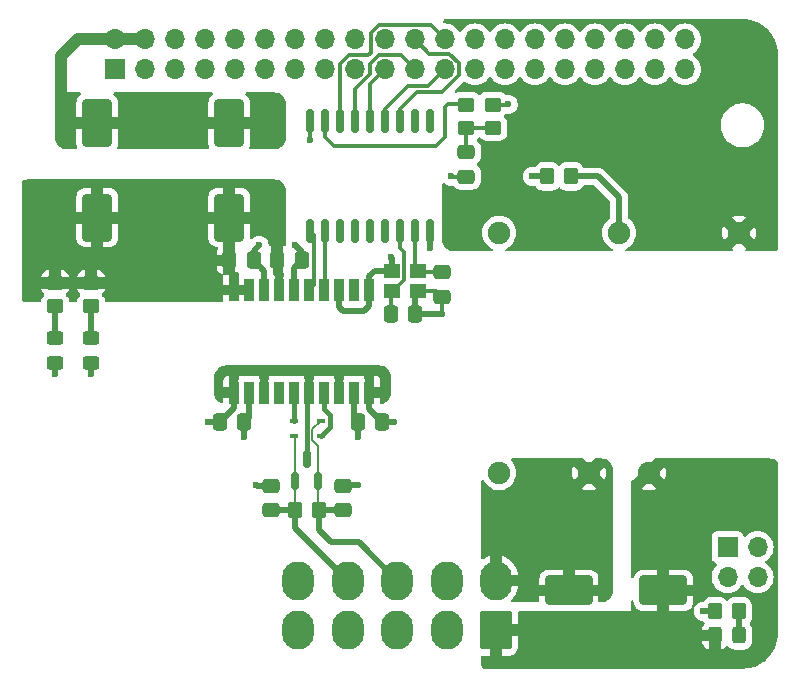
<source format=gbr>
%TF.GenerationSoftware,KiCad,Pcbnew,8.0.3-8.0.3-0~ubuntu23.10.1*%
%TF.CreationDate,2024-09-16T17:13:33+03:00*%
%TF.ProjectId,Raspberry Pi 5 shield,52617370-6265-4727-9279-205069203520,rev?*%
%TF.SameCoordinates,Original*%
%TF.FileFunction,Copper,L1,Top*%
%TF.FilePolarity,Positive*%
%FSLAX46Y46*%
G04 Gerber Fmt 4.6, Leading zero omitted, Abs format (unit mm)*
G04 Created by KiCad (PCBNEW 8.0.3-8.0.3-0~ubuntu23.10.1) date 2024-09-16 17:13:33*
%MOMM*%
%LPD*%
G01*
G04 APERTURE LIST*
G04 Aperture macros list*
%AMRoundRect*
0 Rectangle with rounded corners*
0 $1 Rounding radius*
0 $2 $3 $4 $5 $6 $7 $8 $9 X,Y pos of 4 corners*
0 Add a 4 corners polygon primitive as box body*
4,1,4,$2,$3,$4,$5,$6,$7,$8,$9,$2,$3,0*
0 Add four circle primitives for the rounded corners*
1,1,$1+$1,$2,$3*
1,1,$1+$1,$4,$5*
1,1,$1+$1,$6,$7*
1,1,$1+$1,$8,$9*
0 Add four rect primitives between the rounded corners*
20,1,$1+$1,$2,$3,$4,$5,0*
20,1,$1+$1,$4,$5,$6,$7,0*
20,1,$1+$1,$6,$7,$8,$9,0*
20,1,$1+$1,$8,$9,$2,$3,0*%
G04 Aperture macros list end*
%TA.AperFunction,SMDPad,CuDef*%
%ADD10RoundRect,0.250000X0.337500X0.475000X-0.337500X0.475000X-0.337500X-0.475000X0.337500X-0.475000X0*%
%TD*%
%TA.AperFunction,SMDPad,CuDef*%
%ADD11RoundRect,0.250000X0.450000X-0.350000X0.450000X0.350000X-0.450000X0.350000X-0.450000X-0.350000X0*%
%TD*%
%TA.AperFunction,SMDPad,CuDef*%
%ADD12RoundRect,0.250000X0.350000X0.450000X-0.350000X0.450000X-0.350000X-0.450000X0.350000X-0.450000X0*%
%TD*%
%TA.AperFunction,SMDPad,CuDef*%
%ADD13RoundRect,0.250000X-0.450000X0.350000X-0.450000X-0.350000X0.450000X-0.350000X0.450000X0.350000X0*%
%TD*%
%TA.AperFunction,SMDPad,CuDef*%
%ADD14R,1.400000X1.200000*%
%TD*%
%TA.AperFunction,ComponentPad*%
%ADD15C,1.900000*%
%TD*%
%TA.AperFunction,SMDPad,CuDef*%
%ADD16RoundRect,0.150000X0.150000X-0.587500X0.150000X0.587500X-0.150000X0.587500X-0.150000X-0.587500X0*%
%TD*%
%TA.AperFunction,SMDPad,CuDef*%
%ADD17RoundRect,0.250000X0.475000X-0.337500X0.475000X0.337500X-0.475000X0.337500X-0.475000X-0.337500X0*%
%TD*%
%TA.AperFunction,ComponentPad*%
%ADD18RoundRect,0.250001X1.099999X1.399999X-1.099999X1.399999X-1.099999X-1.399999X1.099999X-1.399999X0*%
%TD*%
%TA.AperFunction,ComponentPad*%
%ADD19O,2.700000X3.300000*%
%TD*%
%TA.AperFunction,SMDPad,CuDef*%
%ADD20RoundRect,0.250000X-0.350000X-0.450000X0.350000X-0.450000X0.350000X0.450000X-0.350000X0.450000X0*%
%TD*%
%TA.AperFunction,SMDPad,CuDef*%
%ADD21RoundRect,0.250000X-0.450000X0.325000X-0.450000X-0.325000X0.450000X-0.325000X0.450000X0.325000X0*%
%TD*%
%TA.AperFunction,SMDPad,CuDef*%
%ADD22RoundRect,0.250000X1.750000X1.000000X-1.750000X1.000000X-1.750000X-1.000000X1.750000X-1.000000X0*%
%TD*%
%TA.AperFunction,SMDPad,CuDef*%
%ADD23RoundRect,0.250000X-1.000000X1.750000X-1.000000X-1.750000X1.000000X-1.750000X1.000000X1.750000X0*%
%TD*%
%TA.AperFunction,SMDPad,CuDef*%
%ADD24R,0.800000X0.400000*%
%TD*%
%TA.AperFunction,SMDPad,CuDef*%
%ADD25RoundRect,0.250000X0.325000X0.450000X-0.325000X0.450000X-0.325000X-0.450000X0.325000X-0.450000X0*%
%TD*%
%TA.AperFunction,SMDPad,CuDef*%
%ADD26RoundRect,0.250000X-0.475000X0.337500X-0.475000X-0.337500X0.475000X-0.337500X0.475000X0.337500X0*%
%TD*%
%TA.AperFunction,SMDPad,CuDef*%
%ADD27RoundRect,0.150000X0.150000X-0.875000X0.150000X0.875000X-0.150000X0.875000X-0.150000X-0.875000X0*%
%TD*%
%TA.AperFunction,SMDPad,CuDef*%
%ADD28R,0.900000X1.900000*%
%TD*%
%TA.AperFunction,ComponentPad*%
%ADD29R,1.700000X1.700000*%
%TD*%
%TA.AperFunction,ComponentPad*%
%ADD30O,1.700000X1.700000*%
%TD*%
%TA.AperFunction,ViaPad*%
%ADD31C,0.600000*%
%TD*%
%TA.AperFunction,Conductor*%
%ADD32C,0.300000*%
%TD*%
%TA.AperFunction,Conductor*%
%ADD33C,0.500000*%
%TD*%
%TA.AperFunction,Conductor*%
%ADD34C,0.400000*%
%TD*%
%TA.AperFunction,Conductor*%
%ADD35C,1.000000*%
%TD*%
%TA.AperFunction,Conductor*%
%ADD36C,0.200000*%
%TD*%
G04 APERTURE END LIST*
D10*
%TO.P,C3,1*%
%TO.N,GND_CAN*%
X135149500Y-100704000D03*
%TO.P,C3,2*%
%TO.N,Net-(D1-Visoin)*%
X133074500Y-100704000D03*
%TD*%
D11*
%TO.P,R6,1*%
%TO.N,Net-(D4-K)*%
X107442000Y-90872000D03*
%TO.P,R6,2*%
%TO.N,GND*%
X107442000Y-88872000D03*
%TD*%
D12*
%TO.P,R4,1*%
%TO.N,Net-(PS1-TRIM)*%
X151114000Y-79876000D03*
%TO.P,R4,2*%
%TO.N,GND*%
X149114000Y-79876000D03*
%TD*%
D10*
%TO.P,C1,1*%
%TO.N,+5V*%
X124266400Y-86988000D03*
%TO.P,C1,2*%
%TO.N,GND*%
X122191400Y-86988000D03*
%TD*%
D13*
%TO.P,R2,1*%
%TO.N,Net-(U1-~{RESET})*%
X142240000Y-73796000D03*
%TO.P,R2,2*%
%TO.N,Net-(C12-Pad1)*%
X142240000Y-75796000D03*
%TD*%
D14*
%TO.P,Y1,1,1*%
%TO.N,Net-(U1-OSC1)*%
X138130000Y-87862000D03*
%TO.P,Y1,2,2*%
%TO.N,GND*%
X135930000Y-87862000D03*
%TO.P,Y1,3,3*%
%TO.N,Net-(U1-OSC2)*%
X135930000Y-89562000D03*
%TO.P,Y1,4,4*%
%TO.N,GND*%
X138130000Y-89562000D03*
%TD*%
D15*
%TO.P,PS1,1,+VIN*%
%TO.N,+24V*%
X157734000Y-104976000D03*
%TO.P,PS1,2,-VIN*%
%TO.N,GNDPWR*%
X152654000Y-104976000D03*
%TO.P,PS1,3,+VOUT*%
%TO.N,+5V*%
X165354000Y-84656000D03*
%TO.P,PS1,4,TRIM*%
%TO.N,Net-(PS1-TRIM)*%
X155194000Y-84656000D03*
%TO.P,PS1,5,-VOUT*%
%TO.N,GND*%
X145034000Y-84656000D03*
%TO.P,PS1,6,R.C.*%
%TO.N,unconnected-(PS1-R.C.-Pad6)*%
X145034000Y-104976000D03*
%TD*%
D10*
%TO.P,C2,1*%
%TO.N,+3.3V*%
X128330400Y-86988000D03*
%TO.P,C2,2*%
%TO.N,GND*%
X126255400Y-86988000D03*
%TD*%
D16*
%TO.P,D2,1,K*%
%TO.N,CANL*%
X127790500Y-105685000D03*
%TO.P,D2,2,K*%
%TO.N,CANH*%
X129690500Y-105685000D03*
%TO.P,D2,3,A*%
%TO.N,GND_CAN*%
X128740500Y-103810000D03*
%TD*%
D10*
%TO.P,C10,1*%
%TO.N,GND*%
X137943500Y-91560000D03*
%TO.P,C10,2*%
%TO.N,Net-(U1-OSC2)*%
X135868500Y-91560000D03*
%TD*%
D17*
%TO.P,C6,1*%
%TO.N,CANL*%
X125692500Y-108149500D03*
%TO.P,C6,2*%
%TO.N,GND_CAN*%
X125692500Y-106074500D03*
%TD*%
D18*
%TO.P,J3,1,Pin_1*%
%TO.N,+24V*%
X144780000Y-118291000D03*
D19*
%TO.P,J3,2,Pin_2*%
%TO.N,unconnected-(J3-Pin_2-Pad2)*%
X140598000Y-118291000D03*
%TO.P,J3,3,Pin_3*%
%TO.N,unconnected-(J3-Pin_3-Pad3)*%
X136398000Y-118291000D03*
%TO.P,J3,4,Pin_4*%
%TO.N,unconnected-(J3-Pin_4-Pad4)*%
X132207000Y-118291000D03*
%TO.P,J3,5,Pin_5*%
%TO.N,unconnected-(J3-Pin_5-Pad5)*%
X127998000Y-118291000D03*
%TO.P,J3,6,Pin_6*%
%TO.N,GNDPWR*%
X144780000Y-114091000D03*
%TO.P,J3,7,Pin_7*%
%TO.N,unconnected-(J3-Pin_7-Pad7)*%
X140598000Y-114091000D03*
%TO.P,J3,8,Pin_8*%
%TO.N,CANH*%
X136398000Y-114091000D03*
%TO.P,J3,9,Pin_9*%
%TO.N,CANL*%
X132207000Y-114091000D03*
%TO.P,J3,10,Pin_10*%
%TO.N,GND_CAN*%
X127998000Y-114091000D03*
%TD*%
D11*
%TO.P,R1,1*%
%TO.N,Net-(C12-Pad1)*%
X144526000Y-75796000D03*
%TO.P,R1,2*%
%TO.N,+3.3V*%
X144526000Y-73796000D03*
%TD*%
D20*
%TO.P,R3,1*%
%TO.N,CANL*%
X127762000Y-108128000D03*
%TO.P,R3,2*%
%TO.N,CANH*%
X129762000Y-108128000D03*
%TD*%
D21*
%TO.P,D4,1,K*%
%TO.N,Net-(D4-K)*%
X107442000Y-93592000D03*
%TO.P,D4,2,A*%
%TO.N,+5V*%
X107442000Y-95642000D03*
%TD*%
D22*
%TO.P,C13,1*%
%TO.N,+24V*%
X158940000Y-114928000D03*
%TO.P,C13,2*%
%TO.N,GNDPWR*%
X150940000Y-114928000D03*
%TD*%
D23*
%TO.P,C7,1*%
%TO.N,+5V*%
X122174000Y-75368000D03*
%TO.P,C7,2*%
%TO.N,GND*%
X122174000Y-83368000D03*
%TD*%
D24*
%TO.P,FL1,1,1*%
%TO.N,Net-(D1-CANH)*%
X129928000Y-101862000D03*
%TO.P,FL1,2,2*%
%TO.N,CANH*%
X129928000Y-100562000D03*
%TO.P,FL1,3,3*%
%TO.N,Net-(D1-CANL)*%
X127628000Y-100562000D03*
%TO.P,FL1,4,4*%
%TO.N,CANL*%
X127628000Y-101862000D03*
%TD*%
D12*
%TO.P,R5,1*%
%TO.N,Net-(D3-K)*%
X165338000Y-116706000D03*
%TO.P,R5,2*%
%TO.N,GNDPWR*%
X163338000Y-116706000D03*
%TD*%
D25*
%TO.P,D3,1,K*%
%TO.N,Net-(D3-K)*%
X165363000Y-118738000D03*
%TO.P,D3,2,A*%
%TO.N,+24V*%
X163313000Y-118738000D03*
%TD*%
D17*
%TO.P,C8,1*%
%TO.N,GND*%
X140208000Y-90057500D03*
%TO.P,C8,2*%
%TO.N,Net-(U1-OSC1)*%
X140208000Y-87982500D03*
%TD*%
D26*
%TO.P,C12,1*%
%TO.N,Net-(C12-Pad1)*%
X142240000Y-77822500D03*
%TO.P,C12,2*%
%TO.N,GND*%
X142240000Y-79897500D03*
%TD*%
D11*
%TO.P,R7,1*%
%TO.N,Net-(D5-K)*%
X110490000Y-90872000D03*
%TO.P,R7,2*%
%TO.N,GND*%
X110490000Y-88872000D03*
%TD*%
D27*
%TO.P,U1,1,TXCAN*%
%TO.N,Net-(D1-TXD)*%
X129032000Y-84526000D03*
%TO.P,U1,2,RXCAN*%
%TO.N,Net-(D1-RXD)*%
X130302000Y-84526000D03*
%TO.P,U1,3,CLKOUT/SOF*%
%TO.N,unconnected-(U1-CLKOUT{slash}SOF-Pad3)*%
X131572000Y-84526000D03*
%TO.P,U1,4,~{TX0RTS}*%
%TO.N,unconnected-(U1-~{TX0RTS}-Pad4)*%
X132842000Y-84526000D03*
%TO.P,U1,5,~{TX1RTS}*%
%TO.N,unconnected-(U1-~{TX1RTS}-Pad5)*%
X134112000Y-84526000D03*
%TO.P,U1,6,~{TX2RTS}*%
%TO.N,unconnected-(U1-~{TX2RTS}-Pad6)*%
X135382000Y-84526000D03*
%TO.P,U1,7,OSC2*%
%TO.N,Net-(U1-OSC2)*%
X136652000Y-84526000D03*
%TO.P,U1,8,OSC1*%
%TO.N,Net-(U1-OSC1)*%
X137922000Y-84526000D03*
%TO.P,U1,9,VSS*%
%TO.N,GND*%
X139192000Y-84526000D03*
%TO.P,U1,10,~{RX1BF}*%
%TO.N,unconnected-(U1-~{RX1BF}-Pad10)*%
X139192000Y-75226000D03*
%TO.P,U1,11,~{RX0BF}*%
%TO.N,unconnected-(U1-~{RX0BF}-Pad11)*%
X137922000Y-75226000D03*
%TO.P,U1,12,~{INT}*%
%TO.N,~{INT}*%
X136652000Y-75226000D03*
%TO.P,U1,13,SCK*%
%TO.N,SPI_SCLK*%
X135382000Y-75226000D03*
%TO.P,U1,14,SI*%
%TO.N,SPI_MOSI*%
X134112000Y-75226000D03*
%TO.P,U1,15,SO*%
%TO.N,SPI_MISO*%
X132842000Y-75226000D03*
%TO.P,U1,16,~{CS}*%
%TO.N,CE0*%
X131572000Y-75226000D03*
%TO.P,U1,17,~{RESET}*%
%TO.N,Net-(U1-~{RESET})*%
X130302000Y-75226000D03*
%TO.P,U1,18,VDD*%
%TO.N,+3.3V*%
X129032000Y-75226000D03*
%TD*%
D28*
%TO.P,D1,1,GND1*%
%TO.N,GND*%
X134023900Y-89496000D03*
%TO.P,D1,2,NC*%
%TO.N,unconnected-(D1-NC-Pad2)*%
X132753900Y-89496000D03*
%TO.P,D1,3,GND1*%
%TO.N,GND*%
X131483900Y-89496000D03*
%TO.P,D1,4,RXD*%
%TO.N,Net-(D1-RXD)*%
X130213900Y-89496000D03*
%TO.P,D1,5,TXD*%
%TO.N,Net-(D1-TXD)*%
X128943900Y-89496000D03*
%TO.P,D1,6,Vio*%
%TO.N,+3.3V*%
X127673900Y-89496000D03*
%TO.P,D1,7,GND1*%
%TO.N,GND*%
X126403900Y-89496000D03*
%TO.P,D1,8,Vcc*%
%TO.N,+5V*%
X125133900Y-89496000D03*
%TO.P,D1,9,GND1*%
%TO.N,GND*%
X123863900Y-89496000D03*
%TO.P,D1,10,GND1*%
X122593900Y-89496000D03*
%TO.P,D1,11,GND2*%
%TO.N,GND_CAN*%
X122593900Y-98196000D03*
%TO.P,D1,12,Visoout*%
%TO.N,Net-(D1-Visoin)*%
X123863900Y-98196000D03*
%TO.P,D1,13,GND2*%
%TO.N,GND_CAN*%
X125133900Y-98196000D03*
%TO.P,D1,14,NC*%
%TO.N,unconnected-(D1-NC-Pad14)*%
X126403900Y-98196000D03*
%TO.P,D1,15,CANL*%
%TO.N,Net-(D1-CANL)*%
X127673900Y-98196000D03*
%TO.P,D1,16,GND2*%
%TO.N,GND_CAN*%
X128943900Y-98196000D03*
%TO.P,D1,17,CANH*%
%TO.N,Net-(D1-CANH)*%
X130213900Y-98196000D03*
%TO.P,D1,18,S*%
%TO.N,GND_CAN*%
X131483900Y-98196000D03*
%TO.P,D1,19,Visoin*%
%TO.N,Net-(D1-Visoin)*%
X132753900Y-98196000D03*
%TO.P,D1,20,GND2*%
%TO.N,GND_CAN*%
X134023900Y-98196000D03*
%TD*%
D21*
%TO.P,D5,1,K*%
%TO.N,Net-(D5-K)*%
X110482000Y-93592000D03*
%TO.P,D5,2,A*%
%TO.N,+3.3V*%
X110482000Y-95642000D03*
%TD*%
D26*
%TO.P,C5,1*%
%TO.N,GND_CAN*%
X131810000Y-106074500D03*
%TO.P,C5,2*%
%TO.N,CANH*%
X131810000Y-108149500D03*
%TD*%
D23*
%TO.P,C9,1*%
%TO.N,+5V*%
X110998000Y-75368000D03*
%TO.P,C9,2*%
%TO.N,GND*%
X110998000Y-83368000D03*
%TD*%
D10*
%TO.P,C4,1*%
%TO.N,Net-(D1-Visoin)*%
X123465500Y-100704000D03*
%TO.P,C4,2*%
%TO.N,GND_CAN*%
X121390500Y-100704000D03*
%TD*%
D29*
%TO.P,J2,1,Pin_1*%
%TO.N,unconnected-(J2-Pin_1-Pad1)*%
X164370000Y-111270000D03*
D30*
%TO.P,J2,2,Pin_2*%
%TO.N,unconnected-(J2-Pin_2-Pad2)*%
X166910000Y-111270000D03*
%TO.P,J2,3,Pin_3*%
%TO.N,unconnected-(J2-Pin_3-Pad3)*%
X164370000Y-113810000D03*
%TO.P,J2,4,Pin_4*%
%TO.N,unconnected-(J2-Pin_4-Pad4)*%
X166910000Y-113810000D03*
%TD*%
D29*
%TO.P,J1,1,Pin_1*%
%TO.N,+3.3V*%
X112510000Y-70810000D03*
D30*
%TO.P,J1,2,Pin_2*%
%TO.N,+5V*%
X112510000Y-68270000D03*
%TO.P,J1,3,Pin_3*%
%TO.N,unconnected-(J1-Pin_3-Pad3)*%
X115050000Y-70810000D03*
%TO.P,J1,4,Pin_4*%
%TO.N,+5V*%
X115050000Y-68270000D03*
%TO.P,J1,5,Pin_5*%
%TO.N,unconnected-(J1-Pin_5-Pad5)*%
X117590000Y-70810000D03*
%TO.P,J1,6,Pin_6*%
%TO.N,GND*%
X117590000Y-68270000D03*
%TO.P,J1,7,Pin_7*%
%TO.N,unconnected-(J1-Pin_7-Pad7)*%
X120130000Y-70810000D03*
%TO.P,J1,8,Pin_8*%
%TO.N,unconnected-(J1-Pin_8-Pad8)*%
X120130000Y-68270000D03*
%TO.P,J1,9,Pin_9*%
%TO.N,GND*%
X122670000Y-70810000D03*
%TO.P,J1,10,Pin_10*%
%TO.N,unconnected-(J1-Pin_10-Pad10)*%
X122670000Y-68270000D03*
%TO.P,J1,11,Pin_11*%
%TO.N,GPIO_17*%
X125210000Y-70810000D03*
%TO.P,J1,12,Pin_12*%
%TO.N,GPIO_18*%
X125210000Y-68270000D03*
%TO.P,J1,13,Pin_13*%
%TO.N,GPIO_27*%
X127750000Y-70810000D03*
%TO.P,J1,14,Pin_14*%
%TO.N,GND*%
X127750000Y-68270000D03*
%TO.P,J1,15,Pin_15*%
%TO.N,GPIO_22*%
X130290000Y-70810000D03*
%TO.P,J1,16,Pin_16*%
%TO.N,GPIO_23*%
X130290000Y-68270000D03*
%TO.P,J1,17,Pin_17*%
%TO.N,+3.3V*%
X132830000Y-70810000D03*
%TO.P,J1,18,Pin_18*%
%TO.N,GPIO_24*%
X132830000Y-68270000D03*
%TO.P,J1,19,Pin_19*%
%TO.N,SPI_MOSI*%
X135370000Y-70810000D03*
%TO.P,J1,20,Pin_20*%
%TO.N,GND*%
X135370000Y-68270000D03*
%TO.P,J1,21,Pin_21*%
%TO.N,SPI_MISO*%
X137910000Y-70810000D03*
%TO.P,J1,22,Pin_22*%
%TO.N,~{INT}*%
X137910000Y-68270000D03*
%TO.P,J1,23,Pin_23*%
%TO.N,SPI_SCLK*%
X140450000Y-70810000D03*
%TO.P,J1,24,Pin_24*%
%TO.N,CE0*%
X140450000Y-68270000D03*
%TO.P,J1,25,Pin_25*%
%TO.N,GND*%
X142990000Y-70810000D03*
%TO.P,J1,26,Pin_26*%
%TO.N,CE1*%
X142990000Y-68270000D03*
%TO.P,J1,27,Pin_27*%
%TO.N,unconnected-(J1-Pin_27-Pad27)*%
X145530000Y-70810000D03*
%TO.P,J1,28,Pin_28*%
%TO.N,unconnected-(J1-Pin_28-Pad28)*%
X145530000Y-68270000D03*
%TO.P,J1,29,Pin_29*%
%TO.N,GPIO_5*%
X148070000Y-70810000D03*
%TO.P,J1,30,Pin_30*%
%TO.N,GND*%
X148070000Y-68270000D03*
%TO.P,J1,31,Pin_31*%
%TO.N,GPIO_6*%
X150610000Y-70810000D03*
%TO.P,J1,32,Pin_32*%
%TO.N,GPIO_12*%
X150610000Y-68270000D03*
%TO.P,J1,33,Pin_33*%
%TO.N,GPIO_13*%
X153150000Y-70810000D03*
%TO.P,J1,34,Pin_34*%
%TO.N,GND*%
X153150000Y-68270000D03*
%TO.P,J1,35,Pin_35*%
%TO.N,GPIO_19*%
X155690000Y-70810000D03*
%TO.P,J1,36,Pin_36*%
%TO.N,GPIO_16*%
X155690000Y-68270000D03*
%TO.P,J1,37,Pin_37*%
%TO.N,GPIO_26*%
X158230000Y-70810000D03*
%TO.P,J1,38,Pin_38*%
%TO.N,GPIO_20*%
X158230000Y-68270000D03*
%TO.P,J1,39,Pin_39*%
%TO.N,GND*%
X160770000Y-70810000D03*
%TO.P,J1,40,Pin_40*%
%TO.N,GPIO_21*%
X160770000Y-68270000D03*
%TD*%
D31*
%TO.N,GNDPWR*%
X162306000Y-116706000D03*
%TO.N,Net-(D1-Visoin)*%
X133096000Y-101974000D03*
X123444000Y-101974000D03*
%TO.N,+5V*%
X124714000Y-85718000D03*
X126238000Y-76320000D03*
X126238000Y-74796000D03*
X108712000Y-76320000D03*
X147828000Y-75304000D03*
X147828000Y-73018000D03*
X147828000Y-76066000D03*
X126238000Y-73272000D03*
X108712000Y-77082000D03*
X147828000Y-73780000D03*
X147828000Y-74542000D03*
X107442000Y-96640000D03*
X147828000Y-76828000D03*
X126238000Y-75558000D03*
X126238000Y-74034000D03*
X126238000Y-77082000D03*
%TO.N,+3.3V*%
X127762000Y-85718000D03*
X145796000Y-73780000D03*
X129032000Y-76828000D03*
X110490000Y-96640000D03*
%TO.N,GND*%
X122174000Y-80892000D03*
X110998000Y-80892000D03*
X139192000Y-85972000D03*
X135890000Y-86734000D03*
X140208000Y-91560000D03*
X123952000Y-83432000D03*
X110998000Y-85972000D03*
X147828000Y-79876000D03*
X112776000Y-83432000D03*
X120396000Y-83432000D03*
X140970000Y-79876000D03*
X109220000Y-83432000D03*
%TO.N,GND_CAN*%
X133096000Y-106038000D03*
X136144000Y-100704000D03*
X120396000Y-100704000D03*
X124460000Y-106038000D03*
%TO.N,+24V*%
X162306000Y-118738000D03*
%TD*%
D32*
%TO.N,Net-(U1-OSC1)*%
X140208000Y-87982500D02*
X138250500Y-87982500D01*
X138250500Y-87982500D02*
X138130000Y-87862000D01*
X138317500Y-87674500D02*
X138130000Y-87862000D01*
X137922000Y-84526000D02*
X137922000Y-87654000D01*
X137922000Y-87654000D02*
X138130000Y-87862000D01*
%TO.N,Net-(U1-OSC2)*%
X136652000Y-84526000D02*
X136652000Y-85972000D01*
X136030000Y-89562000D02*
X135930000Y-89562000D01*
X136652000Y-85972000D02*
X136980000Y-86300000D01*
X135868500Y-89623500D02*
X135930000Y-89562000D01*
X135868500Y-91560000D02*
X135868500Y-89623500D01*
X136980000Y-88612000D02*
X136030000Y-89562000D01*
X136980000Y-86300000D02*
X136980000Y-88612000D01*
X135742500Y-89749500D02*
X135930000Y-89562000D01*
%TO.N,Net-(C12-Pad1)*%
X142240000Y-75796000D02*
X142240000Y-77822500D01*
X144526000Y-75796000D02*
X142240000Y-75796000D01*
D33*
%TO.N,GNDPWR*%
X163338000Y-116706000D02*
X162306000Y-116706000D01*
%TO.N,Net-(D1-Visoin)*%
X123465500Y-101952500D02*
X123444000Y-101974000D01*
X133074500Y-100704000D02*
X133074500Y-101952500D01*
X123863900Y-98196000D02*
X123863900Y-100305600D01*
X123863900Y-100305600D02*
X123465500Y-100704000D01*
X133074500Y-101952500D02*
X133096000Y-101974000D01*
X132753900Y-98196000D02*
X132753900Y-100383400D01*
X123465500Y-100704000D02*
X123465500Y-101952500D01*
X132753900Y-100383400D02*
X133074500Y-100704000D01*
D32*
%TO.N,~{INT}*%
X136652000Y-74201001D02*
X138097001Y-72756000D01*
X141650000Y-70312943D02*
X140807057Y-69470000D01*
X139110000Y-69470000D02*
X137910000Y-68270000D01*
X141650000Y-71307057D02*
X141650000Y-70312943D01*
X140201057Y-72756000D02*
X141650000Y-71307057D01*
X140807057Y-69470000D02*
X139110000Y-69470000D01*
X138097001Y-72756000D02*
X140201057Y-72756000D01*
X136652000Y-75226000D02*
X136652000Y-74201001D01*
D34*
%TO.N,Net-(D1-CANH)*%
X130728000Y-101062000D02*
X129928000Y-101862000D01*
X130213900Y-99546000D02*
X130728000Y-100060100D01*
X130728000Y-100060100D02*
X130728000Y-101062000D01*
X130213900Y-98196000D02*
X130213900Y-99546000D01*
%TO.N,Net-(D1-CANL)*%
X127673900Y-98196000D02*
X127673900Y-100516100D01*
X127673900Y-100516100D02*
X127628000Y-100562000D01*
D32*
%TO.N,SPI_MISO*%
X134872943Y-69610000D02*
X136710000Y-69610000D01*
X136710000Y-69610000D02*
X137910000Y-70810000D01*
X132842000Y-72495057D02*
X134112000Y-71225057D01*
X134112000Y-70370943D02*
X134872943Y-69610000D01*
X132842000Y-75226000D02*
X132842000Y-72495057D01*
X134112000Y-71225057D02*
X134112000Y-70370943D01*
%TO.N,CE0*%
X134170000Y-69403999D02*
X134170000Y-67772943D01*
X139250000Y-67070000D02*
X140450000Y-68270000D01*
X131572000Y-75226000D02*
X131572000Y-70370943D01*
X134170000Y-67772943D02*
X134872943Y-67070000D01*
X134872943Y-67070000D02*
X139250000Y-67070000D01*
X132332943Y-69610000D02*
X133963999Y-69610000D01*
X133963999Y-69610000D02*
X134170000Y-69403999D01*
X131572000Y-70370943D02*
X132332943Y-69610000D01*
D33*
%TO.N,+5V*%
X125133900Y-89496000D02*
X125133900Y-87855500D01*
X124266400Y-86165600D02*
X124714000Y-85718000D01*
D35*
X115050000Y-68270000D02*
X112510000Y-68270000D01*
D33*
X124266400Y-86988000D02*
X124266400Y-86165600D01*
D35*
X108776000Y-75368000D02*
X110998000Y-75368000D01*
D33*
X125133900Y-87855500D02*
X124266400Y-86988000D01*
X107442000Y-95642000D02*
X107442000Y-96640000D01*
D35*
X107950000Y-74542000D02*
X108776000Y-75368000D01*
X107950000Y-69716000D02*
X107950000Y-74542000D01*
X112510000Y-68270000D02*
X109396000Y-68270000D01*
X109396000Y-68270000D02*
X107950000Y-69716000D01*
D32*
%TO.N,SPI_MOSI*%
X134112000Y-72068000D02*
X135370000Y-70810000D01*
X134112000Y-75226000D02*
X134112000Y-72068000D01*
%TO.N,SPI_SCLK*%
X139004000Y-72256000D02*
X140450000Y-70810000D01*
X137327001Y-72256000D02*
X139004000Y-72256000D01*
X135382000Y-74201001D02*
X137327001Y-72256000D01*
X135382000Y-75226000D02*
X135382000Y-74201001D01*
%TO.N,Net-(D1-RXD)*%
X130302000Y-84526000D02*
X130302000Y-89407900D01*
X130302000Y-89407900D02*
X130213900Y-89496000D01*
%TO.N,Net-(D1-TXD)*%
X129332000Y-84826000D02*
X129332000Y-89107900D01*
X129032000Y-84526000D02*
X129332000Y-84826000D01*
X129332000Y-89107900D02*
X128943900Y-89496000D01*
D33*
%TO.N,+3.3V*%
X110482000Y-95642000D02*
X110482000Y-96632000D01*
X128330400Y-86988000D02*
X128330400Y-86286400D01*
D32*
X145780000Y-73796000D02*
X145796000Y-73780000D01*
X129032000Y-75226000D02*
X129032000Y-76828000D01*
D33*
X128330400Y-86286400D02*
X127762000Y-85718000D01*
D32*
X144526000Y-73796000D02*
X145780000Y-73796000D01*
D33*
X110482000Y-96632000D02*
X110490000Y-96640000D01*
X127673900Y-89496000D02*
X127673900Y-87644500D01*
X127673900Y-87644500D02*
X128330400Y-86988000D01*
D32*
%TO.N,Net-(U1-~{RESET})*%
X139700000Y-77336000D02*
X140462000Y-76574000D01*
X140716000Y-73780000D02*
X142224000Y-73780000D01*
X140462000Y-76574000D02*
X140462000Y-74034000D01*
X131064000Y-77336000D02*
X139700000Y-77336000D01*
X130302000Y-76574000D02*
X131064000Y-77336000D01*
X140462000Y-74034000D02*
X140716000Y-73780000D01*
X142224000Y-73780000D02*
X142240000Y-73796000D01*
X142240000Y-74140544D02*
X142240000Y-73796000D01*
X130302000Y-75226000D02*
X130302000Y-76574000D01*
D33*
%TO.N,GND*%
X134023900Y-89496000D02*
X134023900Y-90886100D01*
X134023900Y-90886100D02*
X133604000Y-91306000D01*
X134508000Y-87862000D02*
X135930000Y-87862000D01*
X134023900Y-88346100D02*
X134508000Y-87862000D01*
X134023900Y-89496000D02*
X134023900Y-88346100D01*
X131826000Y-91306000D02*
X131483900Y-90963900D01*
X139192000Y-84526000D02*
X139192000Y-85972000D01*
D32*
X138317500Y-89749500D02*
X138130000Y-89562000D01*
D33*
X133604000Y-91306000D02*
X131826000Y-91306000D01*
X137943500Y-91560000D02*
X140208000Y-91560000D01*
X137943500Y-89748500D02*
X138130000Y-89562000D01*
X137943500Y-91560000D02*
X137943500Y-89748500D01*
X135930000Y-87862000D02*
X135930000Y-86774000D01*
X122191400Y-83385400D02*
X122174000Y-83368000D01*
D32*
X140991500Y-79897500D02*
X140970000Y-79876000D01*
D33*
X135930000Y-86774000D02*
X135890000Y-86734000D01*
X131483900Y-90963900D02*
X131483900Y-89496000D01*
D32*
X139712500Y-89562000D02*
X140208000Y-90057500D01*
D33*
X126403900Y-87136500D02*
X126255400Y-86988000D01*
D32*
X142240000Y-79897500D02*
X140991500Y-79897500D01*
X136117500Y-87674500D02*
X136180000Y-87612000D01*
X138130000Y-89562000D02*
X139712500Y-89562000D01*
D33*
X149114000Y-79876000D02*
X147828000Y-79876000D01*
D32*
X140208000Y-90057500D02*
X140208000Y-91560000D01*
D33*
%TO.N,GND_CAN*%
X134023900Y-99578400D02*
X135149500Y-100704000D01*
D34*
X128943900Y-98196000D02*
X128728000Y-98411900D01*
D33*
X122593900Y-99500600D02*
X121390500Y-100704000D01*
X131846500Y-106038000D02*
X131810000Y-106074500D01*
X122593900Y-98196000D02*
X122593900Y-99500600D01*
X133096000Y-106038000D02*
X131846500Y-106038000D01*
D34*
X128728000Y-98411900D02*
X128728000Y-103797500D01*
D33*
X121390500Y-100704000D02*
X120396000Y-100704000D01*
D36*
X124479500Y-106074500D02*
X124422500Y-106017500D01*
D33*
X134023900Y-98196000D02*
X134023900Y-99578400D01*
X136144000Y-100704000D02*
X135149500Y-100704000D01*
D34*
X128728000Y-103797500D02*
X128740500Y-103810000D01*
D33*
X124496500Y-106074500D02*
X124460000Y-106038000D01*
X125692500Y-106074500D02*
X124496500Y-106074500D01*
%TO.N,+24V*%
X163313000Y-118738000D02*
X162306000Y-118738000D01*
%TO.N,CANH*%
X129762000Y-109816000D02*
X129762000Y-108128000D01*
X129783500Y-108149500D02*
X129762000Y-108128000D01*
X130810000Y-110864000D02*
X129762000Y-109816000D01*
D36*
X129928000Y-100562000D02*
X129228000Y-101262000D01*
D33*
X136398000Y-114091000D02*
X133171000Y-110864000D01*
D36*
X129690500Y-105685000D02*
X129690500Y-108056500D01*
D33*
X133171000Y-110864000D02*
X130810000Y-110864000D01*
D36*
X129690500Y-102690500D02*
X129690500Y-105685000D01*
X129690500Y-108056500D02*
X129762000Y-108128000D01*
X129228000Y-102228000D02*
X129690500Y-102690500D01*
X129228000Y-101262000D02*
X129228000Y-102228000D01*
D33*
X131810000Y-108149500D02*
X129783500Y-108149500D01*
D36*
%TO.N,CANL*%
X127790500Y-102024500D02*
X127628000Y-101862000D01*
D33*
X132207000Y-114091000D02*
X127762000Y-109646000D01*
D36*
X127790500Y-105685000D02*
X127790500Y-105951500D01*
X127790500Y-105685000D02*
X127790500Y-102024500D01*
X127790500Y-105951500D02*
X127762000Y-105980000D01*
D33*
X127762000Y-109646000D02*
X127762000Y-108128000D01*
X127740500Y-108149500D02*
X127762000Y-108128000D01*
X125692500Y-108149500D02*
X127740500Y-108149500D01*
D36*
X127762000Y-105980000D02*
X127762000Y-108128000D01*
D33*
%TO.N,Net-(PS1-TRIM)*%
X151114000Y-79876000D02*
X153416000Y-79876000D01*
X153416000Y-79876000D02*
X155194000Y-81654000D01*
X155194000Y-81654000D02*
X155194000Y-84656000D01*
%TO.N,Net-(D3-K)*%
X165338000Y-116706000D02*
X165338000Y-118713000D01*
X165338000Y-118713000D02*
X165363000Y-118738000D01*
X165363000Y-116985000D02*
X165338000Y-116960000D01*
%TO.N,Net-(D4-K)*%
X107442000Y-90872000D02*
X107442000Y-93592000D01*
%TO.N,Net-(D5-K)*%
X110490000Y-93584000D02*
X110482000Y-93592000D01*
X110490000Y-90872000D02*
X110490000Y-93584000D01*
%TD*%
%TA.AperFunction,Conductor*%
%TO.N,+5V*%
G36*
X165653806Y-66528623D02*
G01*
X165957267Y-66545503D01*
X165970088Y-66546889D01*
X166267193Y-66594783D01*
X166279808Y-66597499D01*
X166570301Y-66676049D01*
X166582559Y-66680060D01*
X166794527Y-66761873D01*
X166863296Y-66788416D01*
X166875093Y-66793691D01*
X167114971Y-66916331D01*
X167143022Y-66930672D01*
X167154203Y-66937145D01*
X167398274Y-67095964D01*
X167406415Y-67101261D01*
X167416865Y-67108864D01*
X167650633Y-67298344D01*
X167660234Y-67306993D01*
X167873007Y-67519766D01*
X167881656Y-67529367D01*
X168071132Y-67763131D01*
X168078733Y-67773578D01*
X168168521Y-67911562D01*
X168242859Y-68025802D01*
X168249333Y-68036987D01*
X168386307Y-68304904D01*
X168391582Y-68316700D01*
X168499934Y-68597427D01*
X168503953Y-68609709D01*
X168582500Y-68900187D01*
X168585219Y-68912820D01*
X168633109Y-69209897D01*
X168634498Y-69222745D01*
X168651377Y-69526200D01*
X168651568Y-69533087D01*
X168651568Y-86013117D01*
X168631883Y-86080156D01*
X168586021Y-86122475D01*
X168545524Y-86144121D01*
X168523066Y-86153424D01*
X168358843Y-86203240D01*
X168335002Y-86207982D01*
X168158129Y-86225403D01*
X168145975Y-86226000D01*
X165988214Y-86226000D01*
X165921175Y-86206315D01*
X165875420Y-86153511D01*
X165865476Y-86084353D01*
X165894501Y-86020797D01*
X165934276Y-85991482D01*
X165933942Y-85990864D01*
X165938364Y-85988470D01*
X165938395Y-85988448D01*
X165938452Y-85988422D01*
X165964965Y-85974073D01*
X165964965Y-85974072D01*
X165354001Y-85363107D01*
X165354000Y-85363107D01*
X164743032Y-85974072D01*
X164743033Y-85974073D01*
X164769539Y-85988419D01*
X164769594Y-85988443D01*
X164769612Y-85988458D01*
X164774057Y-85990864D01*
X164773562Y-85991778D01*
X164823081Y-86033398D01*
X164843772Y-86100134D01*
X164825099Y-86167462D01*
X164772989Y-86214006D01*
X164719786Y-86226000D01*
X155829465Y-86226000D01*
X155762426Y-86206315D01*
X155716671Y-86153511D01*
X155706727Y-86084353D01*
X155735752Y-86020797D01*
X155774602Y-85992167D01*
X155774145Y-85991323D01*
X155779439Y-85988458D01*
X155990067Y-85874472D01*
X156179764Y-85726825D01*
X156342571Y-85549969D01*
X156474049Y-85348728D01*
X156570610Y-85128591D01*
X156629620Y-84895563D01*
X156649471Y-84656000D01*
X156649471Y-84655994D01*
X163899031Y-84655994D01*
X163899031Y-84656005D01*
X163918874Y-84895476D01*
X163977865Y-85128428D01*
X164037807Y-85265084D01*
X164037808Y-85265084D01*
X164646893Y-84656000D01*
X164582874Y-84591981D01*
X164704000Y-84591981D01*
X164704000Y-84720019D01*
X164728979Y-84845598D01*
X164777978Y-84963890D01*
X164849112Y-85070351D01*
X164939649Y-85160888D01*
X165046110Y-85232022D01*
X165164402Y-85281021D01*
X165289981Y-85306000D01*
X165418019Y-85306000D01*
X165543598Y-85281021D01*
X165661890Y-85232022D01*
X165768351Y-85160888D01*
X165858888Y-85070351D01*
X165930022Y-84963890D01*
X165979021Y-84845598D01*
X166004000Y-84720019D01*
X166004000Y-84655999D01*
X166061107Y-84655999D01*
X166061107Y-84656001D01*
X166670190Y-85265084D01*
X166670191Y-85265083D01*
X166730134Y-85128431D01*
X166789125Y-84895476D01*
X166808969Y-84656005D01*
X166808969Y-84655994D01*
X166789125Y-84416523D01*
X166730135Y-84183574D01*
X166670190Y-84046914D01*
X166061107Y-84655999D01*
X166004000Y-84655999D01*
X166004000Y-84591981D01*
X165979021Y-84466402D01*
X165930022Y-84348110D01*
X165858888Y-84241649D01*
X165768351Y-84151112D01*
X165661890Y-84079978D01*
X165543598Y-84030979D01*
X165418019Y-84006000D01*
X165289981Y-84006000D01*
X165164402Y-84030979D01*
X165046110Y-84079978D01*
X164939649Y-84151112D01*
X164849112Y-84241649D01*
X164777978Y-84348110D01*
X164728979Y-84466402D01*
X164704000Y-84591981D01*
X164582874Y-84591981D01*
X164037807Y-84046914D01*
X163977864Y-84183573D01*
X163918874Y-84416523D01*
X163899031Y-84655994D01*
X156649471Y-84655994D01*
X156629620Y-84416437D01*
X156570610Y-84183409D01*
X156474049Y-83963272D01*
X156342571Y-83762031D01*
X156179764Y-83585175D01*
X156179759Y-83585171D01*
X156179757Y-83585169D01*
X155992338Y-83439295D01*
X155951525Y-83382585D01*
X155944500Y-83341442D01*
X155944500Y-83337925D01*
X164743033Y-83337925D01*
X164743033Y-83337926D01*
X165354000Y-83948893D01*
X165354001Y-83948893D01*
X165964965Y-83337926D01*
X165938450Y-83323576D01*
X165711176Y-83245553D01*
X165474149Y-83206000D01*
X165233851Y-83206000D01*
X164996823Y-83245553D01*
X164769550Y-83323576D01*
X164769539Y-83323581D01*
X164743033Y-83337925D01*
X155944500Y-83337925D01*
X155944500Y-81580081D01*
X155938763Y-81551242D01*
X155938763Y-81551240D01*
X155915660Y-81435095D01*
X155915659Y-81435088D01*
X155861408Y-81304117D01*
X155859765Y-81299525D01*
X155859084Y-81298505D01*
X155826186Y-81249270D01*
X155826185Y-81249268D01*
X155776956Y-81175589D01*
X155776952Y-81175584D01*
X153894421Y-79293052D01*
X153894420Y-79293051D01*
X153816019Y-79240666D01*
X153816018Y-79240665D01*
X153771501Y-79210919D01*
X153771488Y-79210912D01*
X153634917Y-79154343D01*
X153634907Y-79154340D01*
X153489920Y-79125500D01*
X153489918Y-79125500D01*
X152229638Y-79125500D01*
X152162599Y-79105815D01*
X152124099Y-79066597D01*
X152114363Y-79050812D01*
X152056712Y-78957344D01*
X151932656Y-78833288D01*
X151783334Y-78741186D01*
X151616797Y-78686001D01*
X151616795Y-78686000D01*
X151514010Y-78675500D01*
X150713998Y-78675500D01*
X150713980Y-78675501D01*
X150611203Y-78686000D01*
X150611200Y-78686001D01*
X150444668Y-78741185D01*
X150444663Y-78741187D01*
X150295342Y-78833289D01*
X150201681Y-78926951D01*
X150140358Y-78960436D01*
X150070666Y-78955452D01*
X150026319Y-78926951D01*
X149932657Y-78833289D01*
X149932656Y-78833288D01*
X149783334Y-78741186D01*
X149616797Y-78686001D01*
X149616795Y-78686000D01*
X149514010Y-78675500D01*
X148713998Y-78675500D01*
X148713980Y-78675501D01*
X148611203Y-78686000D01*
X148611200Y-78686001D01*
X148444668Y-78741185D01*
X148444663Y-78741187D01*
X148295342Y-78833289D01*
X148171287Y-78957344D01*
X148125039Y-79032324D01*
X148073091Y-79079048D01*
X148005618Y-79090446D01*
X147828004Y-79070435D01*
X147827996Y-79070435D01*
X147648750Y-79090630D01*
X147648745Y-79090631D01*
X147478476Y-79150211D01*
X147325737Y-79246184D01*
X147198184Y-79373737D01*
X147102211Y-79526476D01*
X147042631Y-79696745D01*
X147042630Y-79696750D01*
X147022435Y-79875996D01*
X147022435Y-79876003D01*
X147042630Y-80055249D01*
X147042631Y-80055254D01*
X147102211Y-80225523D01*
X147198184Y-80378262D01*
X147325738Y-80505816D01*
X147478478Y-80601789D01*
X147648745Y-80661368D01*
X147648750Y-80661369D01*
X147827996Y-80681565D01*
X147828000Y-80681565D01*
X147828004Y-80681565D01*
X148005618Y-80661553D01*
X148074440Y-80673608D01*
X148125039Y-80719676D01*
X148171285Y-80794652D01*
X148171288Y-80794656D01*
X148295344Y-80918712D01*
X148444666Y-81010814D01*
X148611203Y-81065999D01*
X148713991Y-81076500D01*
X149514008Y-81076499D01*
X149514016Y-81076498D01*
X149514019Y-81076498D01*
X149570302Y-81070748D01*
X149616797Y-81065999D01*
X149783334Y-81010814D01*
X149932656Y-80918712D01*
X150026319Y-80825049D01*
X150087642Y-80791564D01*
X150157334Y-80796548D01*
X150201681Y-80825049D01*
X150295344Y-80918712D01*
X150444666Y-81010814D01*
X150611203Y-81065999D01*
X150713991Y-81076500D01*
X151514008Y-81076499D01*
X151514016Y-81076498D01*
X151514019Y-81076498D01*
X151570302Y-81070748D01*
X151616797Y-81065999D01*
X151783334Y-81010814D01*
X151932656Y-80918712D01*
X152056712Y-80794656D01*
X152124099Y-80685402D01*
X152176047Y-80638679D01*
X152229638Y-80626500D01*
X153053770Y-80626500D01*
X153120809Y-80646185D01*
X153141451Y-80662819D01*
X154407181Y-81928549D01*
X154440666Y-81989872D01*
X154443500Y-82016230D01*
X154443500Y-83341442D01*
X154423815Y-83408481D01*
X154395662Y-83439295D01*
X154208242Y-83585169D01*
X154208239Y-83585172D01*
X154045430Y-83762029D01*
X154045427Y-83762033D01*
X153913951Y-83963270D01*
X153817389Y-84183410D01*
X153758379Y-84416440D01*
X153738529Y-84655994D01*
X153738529Y-84656005D01*
X153758379Y-84895559D01*
X153817389Y-85128589D01*
X153913951Y-85348729D01*
X153923345Y-85363107D01*
X154045429Y-85549969D01*
X154208236Y-85726825D01*
X154208239Y-85726827D01*
X154208242Y-85726830D01*
X154397924Y-85874466D01*
X154397930Y-85874470D01*
X154397933Y-85874472D01*
X154608494Y-85988422D01*
X154613855Y-85991323D01*
X154613203Y-85992527D01*
X154661830Y-86033398D01*
X154682521Y-86100134D01*
X154663848Y-86167462D01*
X154611738Y-86214006D01*
X154558535Y-86226000D01*
X145669465Y-86226000D01*
X145602426Y-86206315D01*
X145556671Y-86153511D01*
X145546727Y-86084353D01*
X145575752Y-86020797D01*
X145614602Y-85992167D01*
X145614145Y-85991323D01*
X145619439Y-85988458D01*
X145830067Y-85874472D01*
X146019764Y-85726825D01*
X146182571Y-85549969D01*
X146314049Y-85348728D01*
X146410610Y-85128591D01*
X146469620Y-84895563D01*
X146489471Y-84656000D01*
X146469620Y-84416437D01*
X146410610Y-84183409D01*
X146314049Y-83963272D01*
X146182571Y-83762031D01*
X146019764Y-83585175D01*
X146019759Y-83585171D01*
X146019757Y-83585169D01*
X145830075Y-83437533D01*
X145830069Y-83437529D01*
X145618657Y-83323118D01*
X145618652Y-83323116D01*
X145391300Y-83245066D01*
X145213468Y-83215391D01*
X145154192Y-83205500D01*
X144913808Y-83205500D01*
X144866387Y-83213413D01*
X144676699Y-83245066D01*
X144449347Y-83323116D01*
X144449342Y-83323118D01*
X144237930Y-83437529D01*
X144237924Y-83437533D01*
X144048242Y-83585169D01*
X144048239Y-83585172D01*
X143885430Y-83762029D01*
X143885427Y-83762033D01*
X143753951Y-83963270D01*
X143657389Y-84183410D01*
X143598379Y-84416440D01*
X143578529Y-84655994D01*
X143578529Y-84656005D01*
X143598379Y-84895559D01*
X143657389Y-85128589D01*
X143753951Y-85348729D01*
X143763345Y-85363107D01*
X143885429Y-85549969D01*
X144048236Y-85726825D01*
X144048239Y-85726827D01*
X144048242Y-85726830D01*
X144237924Y-85874466D01*
X144237930Y-85874470D01*
X144237933Y-85874472D01*
X144448494Y-85988422D01*
X144453855Y-85991323D01*
X144453203Y-85992527D01*
X144501830Y-86033398D01*
X144522521Y-86100134D01*
X144503848Y-86167462D01*
X144451738Y-86214006D01*
X144398535Y-86226000D01*
X141214093Y-86226000D01*
X141201939Y-86225403D01*
X141025065Y-86207982D01*
X141001224Y-86203240D01*
X140837001Y-86153424D01*
X140814543Y-86144121D01*
X140663201Y-86063227D01*
X140642989Y-86049722D01*
X140510333Y-85940854D01*
X140493145Y-85923666D01*
X140384277Y-85791010D01*
X140370772Y-85770798D01*
X140289878Y-85619456D01*
X140280575Y-85596998D01*
X140230757Y-85432769D01*
X140226018Y-85408941D01*
X140208597Y-85232061D01*
X140208000Y-85219907D01*
X140208000Y-80545440D01*
X140227685Y-80478401D01*
X140280489Y-80432646D01*
X140349647Y-80422702D01*
X140413203Y-80451727D01*
X140419681Y-80457759D01*
X140467738Y-80505816D01*
X140620478Y-80601789D01*
X140790745Y-80661368D01*
X140790750Y-80661369D01*
X140969996Y-80681565D01*
X140970000Y-80681565D01*
X140970001Y-80681565D01*
X140982507Y-80680155D01*
X141072609Y-80670003D01*
X141141429Y-80682057D01*
X141174173Y-80705541D01*
X141296344Y-80827712D01*
X141445666Y-80919814D01*
X141612203Y-80974999D01*
X141714991Y-80985500D01*
X142765008Y-80985499D01*
X142765016Y-80985498D01*
X142765019Y-80985498D01*
X142821302Y-80979748D01*
X142867797Y-80974999D01*
X143034334Y-80919814D01*
X143183656Y-80827712D01*
X143307712Y-80703656D01*
X143399814Y-80554334D01*
X143454999Y-80387797D01*
X143465500Y-80285009D01*
X143465499Y-79509992D01*
X143454999Y-79407203D01*
X143399814Y-79240666D01*
X143307712Y-79091344D01*
X143183656Y-78967288D01*
X143180819Y-78965538D01*
X143179283Y-78963830D01*
X143177989Y-78962807D01*
X143178163Y-78962585D01*
X143134096Y-78913594D01*
X143122872Y-78844632D01*
X143150713Y-78780549D01*
X143180817Y-78754462D01*
X143183656Y-78752712D01*
X143307712Y-78628656D01*
X143399814Y-78479334D01*
X143454999Y-78312797D01*
X143465500Y-78210009D01*
X143465499Y-77434992D01*
X143454999Y-77332203D01*
X143399814Y-77165666D01*
X143307712Y-77016344D01*
X143183656Y-76892288D01*
X143182049Y-76890681D01*
X143148564Y-76829358D01*
X143153548Y-76759666D01*
X143182049Y-76715319D01*
X143211868Y-76685500D01*
X143282712Y-76614656D01*
X143282715Y-76614650D01*
X143285734Y-76610834D01*
X143342755Y-76570457D01*
X143412555Y-76567319D01*
X143472970Y-76602414D01*
X143480266Y-76610834D01*
X143483288Y-76614656D01*
X143607344Y-76738712D01*
X143756666Y-76830814D01*
X143923203Y-76885999D01*
X144025991Y-76896500D01*
X145026008Y-76896499D01*
X145026016Y-76896498D01*
X145026019Y-76896498D01*
X145082963Y-76890681D01*
X145128797Y-76885999D01*
X145295334Y-76830814D01*
X145444656Y-76738712D01*
X145568712Y-76614656D01*
X145660814Y-76465334D01*
X145715999Y-76298797D01*
X145726500Y-76196009D01*
X145726499Y-75418711D01*
X163789500Y-75418711D01*
X163789500Y-75661288D01*
X163821161Y-75901785D01*
X163883947Y-76136104D01*
X163951336Y-76298795D01*
X163976776Y-76360212D01*
X164098064Y-76570289D01*
X164098066Y-76570292D01*
X164098067Y-76570293D01*
X164245733Y-76762736D01*
X164245739Y-76762743D01*
X164417256Y-76934260D01*
X164417262Y-76934265D01*
X164609711Y-77081936D01*
X164819788Y-77203224D01*
X165043900Y-77296054D01*
X165278211Y-77358838D01*
X165458586Y-77382584D01*
X165518711Y-77390500D01*
X165518712Y-77390500D01*
X165761289Y-77390500D01*
X165809388Y-77384167D01*
X166001789Y-77358838D01*
X166236100Y-77296054D01*
X166460212Y-77203224D01*
X166670289Y-77081936D01*
X166862738Y-76934265D01*
X167034265Y-76762738D01*
X167181936Y-76570289D01*
X167303224Y-76360212D01*
X167396054Y-76136100D01*
X167458838Y-75901789D01*
X167490500Y-75661288D01*
X167490500Y-75418712D01*
X167458838Y-75178211D01*
X167396054Y-74943900D01*
X167303224Y-74719788D01*
X167181936Y-74509711D01*
X167034265Y-74317262D01*
X167034260Y-74317256D01*
X166862743Y-74145739D01*
X166862736Y-74145733D01*
X166670293Y-73998067D01*
X166670292Y-73998066D01*
X166670289Y-73998064D01*
X166460212Y-73876776D01*
X166381702Y-73844256D01*
X166236104Y-73783947D01*
X166118944Y-73752554D01*
X166001789Y-73721162D01*
X166001788Y-73721161D01*
X166001785Y-73721161D01*
X165761289Y-73689500D01*
X165761288Y-73689500D01*
X165518712Y-73689500D01*
X165518711Y-73689500D01*
X165278214Y-73721161D01*
X165043895Y-73783947D01*
X164819794Y-73876773D01*
X164819785Y-73876777D01*
X164609706Y-73998067D01*
X164417263Y-74145733D01*
X164417256Y-74145739D01*
X164245739Y-74317256D01*
X164245733Y-74317263D01*
X164098067Y-74509706D01*
X163976777Y-74719785D01*
X163976773Y-74719794D01*
X163883947Y-74943895D01*
X163821161Y-75178214D01*
X163789500Y-75418711D01*
X145726499Y-75418711D01*
X145726499Y-75395992D01*
X145715999Y-75293203D01*
X145660814Y-75126666D01*
X145568712Y-74977344D01*
X145475049Y-74883681D01*
X145441564Y-74822358D01*
X145446548Y-74752666D01*
X145475047Y-74708320D01*
X145568712Y-74614656D01*
X145568712Y-74614655D01*
X145573820Y-74609548D01*
X145575676Y-74611404D01*
X145622691Y-74578089D01*
X145676860Y-74572142D01*
X145795996Y-74585565D01*
X145796000Y-74585565D01*
X145796004Y-74585565D01*
X145975249Y-74565369D01*
X145975252Y-74565368D01*
X145975255Y-74565368D01*
X146145522Y-74505789D01*
X146298262Y-74409816D01*
X146425816Y-74282262D01*
X146521789Y-74129522D01*
X146581368Y-73959255D01*
X146590661Y-73876776D01*
X146601565Y-73780003D01*
X146601565Y-73779996D01*
X146581369Y-73600750D01*
X146581368Y-73600745D01*
X146521788Y-73430476D01*
X146425815Y-73277737D01*
X146298262Y-73150184D01*
X146145523Y-73054211D01*
X145975254Y-72994631D01*
X145975249Y-72994630D01*
X145796004Y-72974435D01*
X145795996Y-72974435D01*
X145648452Y-72991058D01*
X145579630Y-72979003D01*
X145546888Y-72955520D01*
X145537112Y-72945744D01*
X145444656Y-72853288D01*
X145314405Y-72772949D01*
X145295336Y-72761187D01*
X145295331Y-72761185D01*
X145293862Y-72760698D01*
X145128797Y-72706001D01*
X145128795Y-72706000D01*
X145026010Y-72695500D01*
X144025998Y-72695500D01*
X144025980Y-72695501D01*
X143923203Y-72706000D01*
X143923200Y-72706001D01*
X143756668Y-72761185D01*
X143756663Y-72761187D01*
X143607342Y-72853289D01*
X143483286Y-72977345D01*
X143480262Y-72981170D01*
X143423239Y-73021544D01*
X143353439Y-73024679D01*
X143293025Y-72989580D01*
X143285738Y-72981170D01*
X143282713Y-72977345D01*
X143158657Y-72853289D01*
X143158656Y-72853288D01*
X143028405Y-72772949D01*
X143009336Y-72761187D01*
X143009331Y-72761185D01*
X143007862Y-72760698D01*
X142842797Y-72706001D01*
X142842795Y-72706000D01*
X142740010Y-72695500D01*
X141739998Y-72695500D01*
X141739980Y-72695501D01*
X141637203Y-72706000D01*
X141637200Y-72706001D01*
X141470668Y-72761185D01*
X141470658Y-72761190D01*
X141447561Y-72775436D01*
X141380168Y-72793874D01*
X141313505Y-72772949D01*
X141268738Y-72719306D01*
X141260079Y-72649975D01*
X141290277Y-72586968D01*
X141294757Y-72582244D01*
X141992038Y-71884963D01*
X142053359Y-71851480D01*
X142123051Y-71856464D01*
X142150840Y-71871071D01*
X142312165Y-71984032D01*
X142312167Y-71984033D01*
X142312170Y-71984035D01*
X142526337Y-72083903D01*
X142754592Y-72145063D01*
X142942918Y-72161539D01*
X142989999Y-72165659D01*
X142990000Y-72165659D01*
X142990001Y-72165659D01*
X143029234Y-72162226D01*
X143225408Y-72145063D01*
X143453663Y-72083903D01*
X143667830Y-71984035D01*
X143861401Y-71848495D01*
X144028495Y-71681401D01*
X144158425Y-71495842D01*
X144213002Y-71452217D01*
X144282500Y-71445023D01*
X144344855Y-71476546D01*
X144361575Y-71495842D01*
X144491500Y-71681395D01*
X144491505Y-71681401D01*
X144658599Y-71848495D01*
X144690841Y-71871071D01*
X144852165Y-71984032D01*
X144852167Y-71984033D01*
X144852170Y-71984035D01*
X145066337Y-72083903D01*
X145294592Y-72145063D01*
X145482918Y-72161539D01*
X145529999Y-72165659D01*
X145530000Y-72165659D01*
X145530001Y-72165659D01*
X145569234Y-72162226D01*
X145765408Y-72145063D01*
X145993663Y-72083903D01*
X146207830Y-71984035D01*
X146401401Y-71848495D01*
X146568495Y-71681401D01*
X146698425Y-71495842D01*
X146753002Y-71452217D01*
X146822500Y-71445023D01*
X146884855Y-71476546D01*
X146901575Y-71495842D01*
X147031500Y-71681395D01*
X147031505Y-71681401D01*
X147198599Y-71848495D01*
X147230841Y-71871071D01*
X147392165Y-71984032D01*
X147392167Y-71984033D01*
X147392170Y-71984035D01*
X147606337Y-72083903D01*
X147834592Y-72145063D01*
X148022918Y-72161539D01*
X148069999Y-72165659D01*
X148070000Y-72165659D01*
X148070001Y-72165659D01*
X148109234Y-72162226D01*
X148305408Y-72145063D01*
X148533663Y-72083903D01*
X148747830Y-71984035D01*
X148941401Y-71848495D01*
X149108495Y-71681401D01*
X149238425Y-71495842D01*
X149293002Y-71452217D01*
X149362500Y-71445023D01*
X149424855Y-71476546D01*
X149441575Y-71495842D01*
X149571500Y-71681395D01*
X149571505Y-71681401D01*
X149738599Y-71848495D01*
X149770841Y-71871071D01*
X149932165Y-71984032D01*
X149932167Y-71984033D01*
X149932170Y-71984035D01*
X150146337Y-72083903D01*
X150374592Y-72145063D01*
X150562918Y-72161539D01*
X150609999Y-72165659D01*
X150610000Y-72165659D01*
X150610001Y-72165659D01*
X150649234Y-72162226D01*
X150845408Y-72145063D01*
X151073663Y-72083903D01*
X151287830Y-71984035D01*
X151481401Y-71848495D01*
X151648495Y-71681401D01*
X151778425Y-71495842D01*
X151833002Y-71452217D01*
X151902500Y-71445023D01*
X151964855Y-71476546D01*
X151981575Y-71495842D01*
X152111500Y-71681395D01*
X152111505Y-71681401D01*
X152278599Y-71848495D01*
X152310841Y-71871071D01*
X152472165Y-71984032D01*
X152472167Y-71984033D01*
X152472170Y-71984035D01*
X152686337Y-72083903D01*
X152914592Y-72145063D01*
X153102918Y-72161539D01*
X153149999Y-72165659D01*
X153150000Y-72165659D01*
X153150001Y-72165659D01*
X153189234Y-72162226D01*
X153385408Y-72145063D01*
X153613663Y-72083903D01*
X153827830Y-71984035D01*
X154021401Y-71848495D01*
X154188495Y-71681401D01*
X154318425Y-71495842D01*
X154373002Y-71452217D01*
X154442500Y-71445023D01*
X154504855Y-71476546D01*
X154521575Y-71495842D01*
X154651500Y-71681395D01*
X154651505Y-71681401D01*
X154818599Y-71848495D01*
X154850841Y-71871071D01*
X155012165Y-71984032D01*
X155012167Y-71984033D01*
X155012170Y-71984035D01*
X155226337Y-72083903D01*
X155454592Y-72145063D01*
X155642918Y-72161539D01*
X155689999Y-72165659D01*
X155690000Y-72165659D01*
X155690001Y-72165659D01*
X155729234Y-72162226D01*
X155925408Y-72145063D01*
X156153663Y-72083903D01*
X156367830Y-71984035D01*
X156561401Y-71848495D01*
X156728495Y-71681401D01*
X156858425Y-71495842D01*
X156913002Y-71452217D01*
X156982500Y-71445023D01*
X157044855Y-71476546D01*
X157061575Y-71495842D01*
X157191500Y-71681395D01*
X157191505Y-71681401D01*
X157358599Y-71848495D01*
X157390841Y-71871071D01*
X157552165Y-71984032D01*
X157552167Y-71984033D01*
X157552170Y-71984035D01*
X157766337Y-72083903D01*
X157994592Y-72145063D01*
X158182918Y-72161539D01*
X158229999Y-72165659D01*
X158230000Y-72165659D01*
X158230001Y-72165659D01*
X158269234Y-72162226D01*
X158465408Y-72145063D01*
X158693663Y-72083903D01*
X158907830Y-71984035D01*
X159101401Y-71848495D01*
X159268495Y-71681401D01*
X159398425Y-71495842D01*
X159453002Y-71452217D01*
X159522500Y-71445023D01*
X159584855Y-71476546D01*
X159601575Y-71495842D01*
X159731500Y-71681395D01*
X159731505Y-71681401D01*
X159898599Y-71848495D01*
X159930841Y-71871071D01*
X160092165Y-71984032D01*
X160092167Y-71984033D01*
X160092170Y-71984035D01*
X160306337Y-72083903D01*
X160534592Y-72145063D01*
X160722918Y-72161539D01*
X160769999Y-72165659D01*
X160770000Y-72165659D01*
X160770001Y-72165659D01*
X160809234Y-72162226D01*
X161005408Y-72145063D01*
X161233663Y-72083903D01*
X161447830Y-71984035D01*
X161641401Y-71848495D01*
X161808495Y-71681401D01*
X161944035Y-71487830D01*
X162043903Y-71273663D01*
X162105063Y-71045408D01*
X162125659Y-70810000D01*
X162105063Y-70574592D01*
X162043903Y-70346337D01*
X161944035Y-70132171D01*
X161938425Y-70124158D01*
X161808494Y-69938597D01*
X161641402Y-69771506D01*
X161641396Y-69771501D01*
X161455842Y-69641575D01*
X161412217Y-69586998D01*
X161405023Y-69517500D01*
X161436546Y-69455145D01*
X161455842Y-69438425D01*
X161502248Y-69405931D01*
X161641401Y-69308495D01*
X161808495Y-69141401D01*
X161944035Y-68947830D01*
X162043903Y-68733663D01*
X162105063Y-68505408D01*
X162125659Y-68270000D01*
X162105063Y-68034592D01*
X162043903Y-67806337D01*
X161944035Y-67592171D01*
X161938425Y-67584158D01*
X161808494Y-67398597D01*
X161641402Y-67231506D01*
X161641395Y-67231501D01*
X161447834Y-67095967D01*
X161447830Y-67095965D01*
X161447828Y-67095964D01*
X161233663Y-66996097D01*
X161233659Y-66996096D01*
X161233655Y-66996094D01*
X161005413Y-66934938D01*
X161005403Y-66934936D01*
X160770001Y-66914341D01*
X160769999Y-66914341D01*
X160534596Y-66934936D01*
X160534586Y-66934938D01*
X160306344Y-66996094D01*
X160306335Y-66996098D01*
X160092171Y-67095964D01*
X160092169Y-67095965D01*
X159898597Y-67231505D01*
X159731505Y-67398597D01*
X159601575Y-67584158D01*
X159546998Y-67627783D01*
X159477500Y-67634977D01*
X159415145Y-67603454D01*
X159398425Y-67584158D01*
X159268494Y-67398597D01*
X159101402Y-67231506D01*
X159101395Y-67231501D01*
X158907834Y-67095967D01*
X158907830Y-67095965D01*
X158907828Y-67095964D01*
X158693663Y-66996097D01*
X158693659Y-66996096D01*
X158693655Y-66996094D01*
X158465413Y-66934938D01*
X158465403Y-66934936D01*
X158230001Y-66914341D01*
X158229999Y-66914341D01*
X157994596Y-66934936D01*
X157994586Y-66934938D01*
X157766344Y-66996094D01*
X157766335Y-66996098D01*
X157552171Y-67095964D01*
X157552169Y-67095965D01*
X157358597Y-67231505D01*
X157191505Y-67398597D01*
X157061575Y-67584158D01*
X157006998Y-67627783D01*
X156937500Y-67634977D01*
X156875145Y-67603454D01*
X156858425Y-67584158D01*
X156728494Y-67398597D01*
X156561402Y-67231506D01*
X156561395Y-67231501D01*
X156367834Y-67095967D01*
X156367830Y-67095965D01*
X156367828Y-67095964D01*
X156153663Y-66996097D01*
X156153659Y-66996096D01*
X156153655Y-66996094D01*
X155925413Y-66934938D01*
X155925403Y-66934936D01*
X155690001Y-66914341D01*
X155689999Y-66914341D01*
X155454596Y-66934936D01*
X155454586Y-66934938D01*
X155226344Y-66996094D01*
X155226335Y-66996098D01*
X155012171Y-67095964D01*
X155012169Y-67095965D01*
X154818597Y-67231505D01*
X154651505Y-67398597D01*
X154521575Y-67584158D01*
X154466998Y-67627783D01*
X154397500Y-67634977D01*
X154335145Y-67603454D01*
X154318425Y-67584158D01*
X154188494Y-67398597D01*
X154021402Y-67231506D01*
X154021395Y-67231501D01*
X153827834Y-67095967D01*
X153827830Y-67095965D01*
X153827828Y-67095964D01*
X153613663Y-66996097D01*
X153613659Y-66996096D01*
X153613655Y-66996094D01*
X153385413Y-66934938D01*
X153385403Y-66934936D01*
X153150001Y-66914341D01*
X153149999Y-66914341D01*
X152914596Y-66934936D01*
X152914586Y-66934938D01*
X152686344Y-66996094D01*
X152686335Y-66996098D01*
X152472171Y-67095964D01*
X152472169Y-67095965D01*
X152278597Y-67231505D01*
X152111505Y-67398597D01*
X151981575Y-67584158D01*
X151926998Y-67627783D01*
X151857500Y-67634977D01*
X151795145Y-67603454D01*
X151778425Y-67584158D01*
X151648494Y-67398597D01*
X151481402Y-67231506D01*
X151481395Y-67231501D01*
X151287834Y-67095967D01*
X151287830Y-67095965D01*
X151287828Y-67095964D01*
X151073663Y-66996097D01*
X151073659Y-66996096D01*
X151073655Y-66996094D01*
X150845413Y-66934938D01*
X150845403Y-66934936D01*
X150610001Y-66914341D01*
X150609999Y-66914341D01*
X150374596Y-66934936D01*
X150374586Y-66934938D01*
X150146344Y-66996094D01*
X150146335Y-66996098D01*
X149932171Y-67095964D01*
X149932169Y-67095965D01*
X149738597Y-67231505D01*
X149571505Y-67398597D01*
X149441575Y-67584158D01*
X149386998Y-67627783D01*
X149317500Y-67634977D01*
X149255145Y-67603454D01*
X149238425Y-67584158D01*
X149108494Y-67398597D01*
X148941402Y-67231506D01*
X148941395Y-67231501D01*
X148747834Y-67095967D01*
X148747830Y-67095965D01*
X148747828Y-67095964D01*
X148533663Y-66996097D01*
X148533659Y-66996096D01*
X148533655Y-66996094D01*
X148305413Y-66934938D01*
X148305403Y-66934936D01*
X148070001Y-66914341D01*
X148069999Y-66914341D01*
X147834596Y-66934936D01*
X147834586Y-66934938D01*
X147606344Y-66996094D01*
X147606335Y-66996098D01*
X147392171Y-67095964D01*
X147392169Y-67095965D01*
X147198597Y-67231505D01*
X147031505Y-67398597D01*
X146901575Y-67584158D01*
X146846998Y-67627783D01*
X146777500Y-67634977D01*
X146715145Y-67603454D01*
X146698425Y-67584158D01*
X146568494Y-67398597D01*
X146401402Y-67231506D01*
X146401395Y-67231501D01*
X146207834Y-67095967D01*
X146207830Y-67095965D01*
X146207828Y-67095964D01*
X145993663Y-66996097D01*
X145993659Y-66996096D01*
X145993655Y-66996094D01*
X145765413Y-66934938D01*
X145765403Y-66934936D01*
X145530001Y-66914341D01*
X145529999Y-66914341D01*
X145294596Y-66934936D01*
X145294586Y-66934938D01*
X145066344Y-66996094D01*
X145066335Y-66996098D01*
X144852171Y-67095964D01*
X144852169Y-67095965D01*
X144658597Y-67231505D01*
X144491505Y-67398597D01*
X144361575Y-67584158D01*
X144306998Y-67627783D01*
X144237500Y-67634977D01*
X144175145Y-67603454D01*
X144158425Y-67584158D01*
X144028494Y-67398597D01*
X143861402Y-67231506D01*
X143861395Y-67231501D01*
X143667834Y-67095967D01*
X143667830Y-67095965D01*
X143667828Y-67095964D01*
X143453663Y-66996097D01*
X143453659Y-66996096D01*
X143453655Y-66996094D01*
X143225413Y-66934938D01*
X143225403Y-66934936D01*
X142990001Y-66914341D01*
X142989999Y-66914341D01*
X142754596Y-66934936D01*
X142754586Y-66934938D01*
X142526344Y-66996094D01*
X142526335Y-66996098D01*
X142312171Y-67095964D01*
X142312169Y-67095965D01*
X142118597Y-67231505D01*
X141951505Y-67398597D01*
X141821575Y-67584158D01*
X141766998Y-67627783D01*
X141697500Y-67634977D01*
X141635145Y-67603454D01*
X141618425Y-67584158D01*
X141488494Y-67398597D01*
X141321402Y-67231506D01*
X141321395Y-67231501D01*
X141127834Y-67095967D01*
X141127830Y-67095965D01*
X141127828Y-67095964D01*
X140913663Y-66996097D01*
X140913659Y-66996096D01*
X140913655Y-66996094D01*
X140685413Y-66934938D01*
X140685403Y-66934936D01*
X140450001Y-66914341D01*
X140449998Y-66914341D01*
X140427251Y-66916331D01*
X140358751Y-66902564D01*
X140308568Y-66853949D01*
X140292635Y-66785920D01*
X140307086Y-66734350D01*
X140370772Y-66615202D01*
X140384275Y-66594993D01*
X140397397Y-66579003D01*
X140455142Y-66539667D01*
X140493219Y-66533666D01*
X165646943Y-66528433D01*
X165653806Y-66528623D01*
G37*
%TD.AperFunction*%
%TD*%
%TA.AperFunction,Conductor*%
%TO.N,+5V*%
G36*
X109583712Y-72783685D02*
G01*
X109629467Y-72836489D01*
X109639411Y-72905647D01*
X109610386Y-72969203D01*
X109581770Y-72993538D01*
X109529659Y-73025680D01*
X109529655Y-73025683D01*
X109405684Y-73149654D01*
X109313643Y-73298875D01*
X109313641Y-73298880D01*
X109258494Y-73465302D01*
X109258493Y-73465309D01*
X109248000Y-73568013D01*
X109248000Y-74868000D01*
X112747999Y-74868000D01*
X112747999Y-73568028D01*
X112747998Y-73568013D01*
X112737505Y-73465302D01*
X112682358Y-73298880D01*
X112682356Y-73298875D01*
X112590315Y-73149654D01*
X112466344Y-73025683D01*
X112466340Y-73025680D01*
X112414230Y-72993538D01*
X112367505Y-72941590D01*
X112356284Y-72872628D01*
X112384127Y-72808546D01*
X112442196Y-72769690D01*
X112479327Y-72764000D01*
X120692673Y-72764000D01*
X120759712Y-72783685D01*
X120805467Y-72836489D01*
X120815411Y-72905647D01*
X120786386Y-72969203D01*
X120757770Y-72993538D01*
X120705659Y-73025680D01*
X120705655Y-73025683D01*
X120581684Y-73149654D01*
X120489643Y-73298875D01*
X120489641Y-73298880D01*
X120434494Y-73465302D01*
X120434493Y-73465309D01*
X120424000Y-73568013D01*
X120424000Y-74868000D01*
X123923999Y-74868000D01*
X123923999Y-73568028D01*
X123923998Y-73568013D01*
X123913505Y-73465302D01*
X123858358Y-73298880D01*
X123858356Y-73298875D01*
X123766315Y-73149654D01*
X123642344Y-73025683D01*
X123642340Y-73025680D01*
X123590230Y-72993538D01*
X123543505Y-72941590D01*
X123532284Y-72872628D01*
X123560127Y-72808546D01*
X123618196Y-72769690D01*
X123655327Y-72764000D01*
X125993907Y-72764000D01*
X126006061Y-72764597D01*
X126182941Y-72782018D01*
X126206769Y-72786757D01*
X126371001Y-72836576D01*
X126393453Y-72845877D01*
X126544798Y-72926772D01*
X126565010Y-72940277D01*
X126697666Y-73049145D01*
X126714854Y-73066333D01*
X126823722Y-73198989D01*
X126837227Y-73219201D01*
X126918121Y-73370543D01*
X126927424Y-73393001D01*
X126977240Y-73557224D01*
X126981982Y-73581065D01*
X126999403Y-73757938D01*
X127000000Y-73770092D01*
X127000000Y-76583907D01*
X126999403Y-76596061D01*
X126981982Y-76772934D01*
X126977240Y-76796775D01*
X126927424Y-76960998D01*
X126918121Y-76983456D01*
X126837227Y-77134798D01*
X126823722Y-77155010D01*
X126714854Y-77287666D01*
X126697666Y-77304854D01*
X126565010Y-77413722D01*
X126544798Y-77427227D01*
X126393456Y-77508121D01*
X126370998Y-77517424D01*
X126206775Y-77567240D01*
X126182934Y-77571982D01*
X126006061Y-77589403D01*
X125993907Y-77590000D01*
X123979419Y-77590000D01*
X123912380Y-77570315D01*
X123866625Y-77517511D01*
X123856681Y-77448353D01*
X123861713Y-77426996D01*
X123913505Y-77270697D01*
X123913506Y-77270690D01*
X123923999Y-77167986D01*
X123924000Y-77167973D01*
X123924000Y-75868000D01*
X120424001Y-75868000D01*
X120424001Y-77167986D01*
X120434494Y-77270697D01*
X120486287Y-77426996D01*
X120488689Y-77496824D01*
X120452957Y-77556866D01*
X120390437Y-77588059D01*
X120368581Y-77590000D01*
X112803419Y-77590000D01*
X112736380Y-77570315D01*
X112690625Y-77517511D01*
X112680681Y-77448353D01*
X112685713Y-77426996D01*
X112737505Y-77270697D01*
X112737506Y-77270690D01*
X112747999Y-77167986D01*
X112748000Y-77167973D01*
X112748000Y-75868000D01*
X109248001Y-75868000D01*
X109248001Y-77167986D01*
X109258494Y-77270697D01*
X109310287Y-77426996D01*
X109312689Y-77496824D01*
X109276957Y-77556866D01*
X109214437Y-77588059D01*
X109192581Y-77590000D01*
X108448093Y-77590000D01*
X108435939Y-77589403D01*
X108259065Y-77571982D01*
X108235224Y-77567240D01*
X108071001Y-77517424D01*
X108048543Y-77508121D01*
X107897201Y-77427227D01*
X107876989Y-77413722D01*
X107744333Y-77304854D01*
X107727145Y-77287666D01*
X107628926Y-77167986D01*
X107618276Y-77155008D01*
X107604772Y-77134798D01*
X107523878Y-76983456D01*
X107514575Y-76960998D01*
X107464757Y-76796769D01*
X107460018Y-76772941D01*
X107442597Y-76596061D01*
X107442000Y-76583907D01*
X107442000Y-73770092D01*
X107442597Y-73757938D01*
X107460018Y-73581056D01*
X107464757Y-73557232D01*
X107514577Y-73392994D01*
X107523875Y-73370549D01*
X107604775Y-73219195D01*
X107618272Y-73198995D01*
X107727149Y-73066328D01*
X107744328Y-73049149D01*
X107876995Y-72940272D01*
X107897195Y-72926775D01*
X108048549Y-72845875D01*
X108070994Y-72836577D01*
X108235232Y-72786757D01*
X108259056Y-72782018D01*
X108435939Y-72764597D01*
X108448093Y-72764000D01*
X109516673Y-72764000D01*
X109583712Y-72783685D01*
G37*
%TD.AperFunction*%
%TD*%
%TA.AperFunction,Conductor*%
%TO.N,GNDPWR*%
G36*
X152653999Y-104268892D02*
G01*
X153170892Y-103752000D01*
X153541420Y-103752000D01*
X153679907Y-103752000D01*
X153692061Y-103752597D01*
X153868941Y-103770018D01*
X153892769Y-103774757D01*
X154057001Y-103824576D01*
X154079453Y-103833877D01*
X154230798Y-103914772D01*
X154251010Y-103928277D01*
X154383666Y-104037145D01*
X154400854Y-104054333D01*
X154509722Y-104186989D01*
X154523227Y-104207201D01*
X154604121Y-104358543D01*
X154613424Y-104381001D01*
X154663240Y-104545224D01*
X154667982Y-104569065D01*
X154684467Y-104736440D01*
X154685403Y-104745938D01*
X154686000Y-104758092D01*
X154686000Y-114937907D01*
X154685403Y-114950061D01*
X154667982Y-115126934D01*
X154663240Y-115150775D01*
X154613424Y-115314998D01*
X154604121Y-115337456D01*
X154523227Y-115488798D01*
X154509722Y-115509010D01*
X154400854Y-115641666D01*
X154383666Y-115658854D01*
X154251010Y-115767722D01*
X154230798Y-115781227D01*
X154079456Y-115862121D01*
X154056998Y-115871424D01*
X153892775Y-115921240D01*
X153868934Y-115925982D01*
X153692061Y-115943403D01*
X153679907Y-115944000D01*
X153564000Y-115944000D01*
X153496961Y-115924315D01*
X153451206Y-115871511D01*
X153440000Y-115820000D01*
X153440000Y-115428000D01*
X148440001Y-115428000D01*
X148440001Y-115820000D01*
X148420316Y-115887039D01*
X148367512Y-115932794D01*
X148316001Y-115944000D01*
X146142658Y-115944000D01*
X146075619Y-115924315D01*
X146029864Y-115871511D01*
X146019920Y-115802353D01*
X146048945Y-115738797D01*
X146054977Y-115732319D01*
X146173883Y-115613412D01*
X146173889Y-115613405D01*
X146321519Y-115421009D01*
X146442772Y-115210993D01*
X146442779Y-115210978D01*
X146535578Y-114986939D01*
X146598346Y-114752687D01*
X146619633Y-114591000D01*
X145269950Y-114591000D01*
X145323726Y-114537224D01*
X145400332Y-114422574D01*
X145453099Y-114295182D01*
X145480000Y-114159944D01*
X145480000Y-114022056D01*
X145453099Y-113886818D01*
X145449452Y-113878013D01*
X148440000Y-113878013D01*
X148440000Y-114428000D01*
X150440000Y-114428000D01*
X151440000Y-114428000D01*
X153439999Y-114428000D01*
X153439999Y-113878028D01*
X153439998Y-113878013D01*
X153429505Y-113775302D01*
X153374358Y-113608880D01*
X153374356Y-113608875D01*
X153282315Y-113459654D01*
X153158345Y-113335684D01*
X153009124Y-113243643D01*
X153009119Y-113243641D01*
X152842697Y-113188494D01*
X152842690Y-113188493D01*
X152739986Y-113178000D01*
X151440000Y-113178000D01*
X151440000Y-114428000D01*
X150440000Y-114428000D01*
X150440000Y-113178000D01*
X149140028Y-113178000D01*
X149140012Y-113178001D01*
X149037302Y-113188494D01*
X148870880Y-113243641D01*
X148870875Y-113243643D01*
X148721654Y-113335684D01*
X148597684Y-113459654D01*
X148505643Y-113608875D01*
X148505641Y-113608880D01*
X148450494Y-113775302D01*
X148450493Y-113775309D01*
X148440000Y-113878013D01*
X145449452Y-113878013D01*
X145400332Y-113759426D01*
X145323726Y-113644776D01*
X145269950Y-113591000D01*
X145280000Y-113591000D01*
X146619633Y-113591000D01*
X146598346Y-113429312D01*
X146535578Y-113195060D01*
X146442779Y-112971021D01*
X146442772Y-112971006D01*
X146321519Y-112760990D01*
X146173889Y-112568594D01*
X146173883Y-112568587D01*
X146002412Y-112397116D01*
X146002405Y-112397110D01*
X145810009Y-112249480D01*
X145599993Y-112128227D01*
X145599978Y-112128220D01*
X145375939Y-112035421D01*
X145280000Y-112009714D01*
X145280000Y-113591000D01*
X145269950Y-113591000D01*
X145226224Y-113547274D01*
X145111574Y-113470668D01*
X144984182Y-113417901D01*
X144848944Y-113391000D01*
X144711056Y-113391000D01*
X144575818Y-113417901D01*
X144448426Y-113470668D01*
X144333776Y-113547274D01*
X144280000Y-113601050D01*
X144280000Y-112009714D01*
X144279999Y-112009714D01*
X144184060Y-112035421D01*
X143960021Y-112128220D01*
X143960006Y-112128227D01*
X143749990Y-112249480D01*
X143709486Y-112280560D01*
X143644316Y-112305754D01*
X143575871Y-112291715D01*
X143525882Y-112242901D01*
X143510000Y-112182184D01*
X143510000Y-105703959D01*
X143529685Y-105636920D01*
X143582489Y-105591165D01*
X143651647Y-105581221D01*
X143715203Y-105610246D01*
X143747556Y-105654150D01*
X143753950Y-105668727D01*
X143885427Y-105869966D01*
X143885429Y-105869969D01*
X144048236Y-106046825D01*
X144048239Y-106046827D01*
X144048242Y-106046830D01*
X144237924Y-106194466D01*
X144237930Y-106194470D01*
X144237933Y-106194472D01*
X144411399Y-106288347D01*
X144421977Y-106294072D01*
X144449344Y-106308882D01*
X144449347Y-106308883D01*
X144676699Y-106386933D01*
X144676701Y-106386933D01*
X144676703Y-106386934D01*
X144913808Y-106426500D01*
X144913809Y-106426500D01*
X145154191Y-106426500D01*
X145154192Y-106426500D01*
X145391297Y-106386934D01*
X145618656Y-106308882D01*
X145646022Y-106294072D01*
X152043032Y-106294072D01*
X152043033Y-106294073D01*
X152069541Y-106308420D01*
X152069548Y-106308423D01*
X152296823Y-106386446D01*
X152533851Y-106426000D01*
X152774149Y-106426000D01*
X153011176Y-106386446D01*
X153238443Y-106308426D01*
X153238456Y-106308420D01*
X153264965Y-106294073D01*
X153264965Y-106294072D01*
X152654001Y-105683107D01*
X152654000Y-105683107D01*
X152043032Y-106294072D01*
X145646022Y-106294072D01*
X145830067Y-106194472D01*
X146019764Y-106046825D01*
X146182571Y-105869969D01*
X146314049Y-105668728D01*
X146410610Y-105448591D01*
X146469620Y-105215563D01*
X146489471Y-104976000D01*
X146489471Y-104975994D01*
X151199031Y-104975994D01*
X151199031Y-104976005D01*
X151218874Y-105215476D01*
X151277865Y-105448428D01*
X151337807Y-105585084D01*
X151337808Y-105585084D01*
X151946893Y-104976000D01*
X151882874Y-104911981D01*
X152004000Y-104911981D01*
X152004000Y-105040019D01*
X152028979Y-105165598D01*
X152077978Y-105283890D01*
X152149112Y-105390351D01*
X152239649Y-105480888D01*
X152346110Y-105552022D01*
X152464402Y-105601021D01*
X152589981Y-105626000D01*
X152718019Y-105626000D01*
X152843598Y-105601021D01*
X152961890Y-105552022D01*
X153068351Y-105480888D01*
X153158888Y-105390351D01*
X153230022Y-105283890D01*
X153279021Y-105165598D01*
X153304000Y-105040019D01*
X153304000Y-104975999D01*
X153361107Y-104975999D01*
X153361107Y-104976001D01*
X153970190Y-105585084D01*
X153970191Y-105585083D01*
X154030134Y-105448431D01*
X154089125Y-105215476D01*
X154108969Y-104976005D01*
X154108969Y-104975994D01*
X154089125Y-104736523D01*
X154030135Y-104503574D01*
X153970190Y-104366914D01*
X153361107Y-104975999D01*
X153304000Y-104975999D01*
X153304000Y-104911981D01*
X153279021Y-104786402D01*
X153230022Y-104668110D01*
X153158888Y-104561649D01*
X153068351Y-104471112D01*
X152961890Y-104399978D01*
X152843598Y-104350979D01*
X152718019Y-104326000D01*
X152589981Y-104326000D01*
X152464402Y-104350979D01*
X152346110Y-104399978D01*
X152239649Y-104471112D01*
X152149112Y-104561649D01*
X152077978Y-104668110D01*
X152028979Y-104786402D01*
X152004000Y-104911981D01*
X151882874Y-104911981D01*
X151337807Y-104366914D01*
X151277864Y-104503573D01*
X151218874Y-104736523D01*
X151199031Y-104975994D01*
X146489471Y-104975994D01*
X146469620Y-104736437D01*
X146410610Y-104503409D01*
X146314049Y-104283272D01*
X146182571Y-104082031D01*
X146070217Y-103959982D01*
X146039296Y-103897328D01*
X146047156Y-103827902D01*
X146091303Y-103773747D01*
X146157721Y-103752056D01*
X146161448Y-103752000D01*
X151766580Y-103752000D01*
X152137107Y-103752000D01*
X152653999Y-104268892D01*
G37*
%TD.AperFunction*%
%TD*%
%TA.AperFunction,Conductor*%
%TO.N,+24V*%
G36*
X167916061Y-103752597D02*
G01*
X168092941Y-103770018D01*
X168116769Y-103774757D01*
X168281001Y-103824576D01*
X168303453Y-103833877D01*
X168454798Y-103914772D01*
X168475006Y-103928274D01*
X168606233Y-104035969D01*
X168645567Y-104093713D01*
X168651568Y-104131821D01*
X168651568Y-118546929D01*
X168651377Y-118553816D01*
X168634498Y-118857255D01*
X168633109Y-118870103D01*
X168585219Y-119167180D01*
X168582500Y-119179812D01*
X168503954Y-119470291D01*
X168499935Y-119482574D01*
X168391584Y-119763296D01*
X168386309Y-119775093D01*
X168249328Y-120043022D01*
X168242854Y-120054205D01*
X168078739Y-120306415D01*
X168071136Y-120316865D01*
X167881656Y-120550633D01*
X167873007Y-120560234D01*
X167660234Y-120773007D01*
X167650633Y-120781656D01*
X167416865Y-120971136D01*
X167406415Y-120978739D01*
X167154205Y-121142854D01*
X167143022Y-121149328D01*
X166875093Y-121286309D01*
X166863296Y-121291584D01*
X166582574Y-121399935D01*
X166570291Y-121403954D01*
X166279812Y-121482500D01*
X166267180Y-121485219D01*
X165970103Y-121533109D01*
X165957255Y-121534498D01*
X165653818Y-121551377D01*
X165646931Y-121551568D01*
X143729333Y-121551568D01*
X143662294Y-121531883D01*
X143619975Y-121486022D01*
X143619221Y-121484611D01*
X143591875Y-121433450D01*
X143582575Y-121410998D01*
X143532757Y-121246769D01*
X143528018Y-121222941D01*
X143510597Y-121046061D01*
X143510000Y-121033907D01*
X143510000Y-120565000D01*
X143529685Y-120497961D01*
X143582489Y-120452206D01*
X143634000Y-120441000D01*
X144280000Y-120441000D01*
X145280000Y-120441000D01*
X145929973Y-120441000D01*
X145929985Y-120440999D01*
X146032689Y-120430506D01*
X146032696Y-120430505D01*
X146199118Y-120375358D01*
X146199123Y-120375356D01*
X146348344Y-120283315D01*
X146472315Y-120159344D01*
X146564356Y-120010123D01*
X146564358Y-120010118D01*
X146619505Y-119843696D01*
X146619506Y-119843689D01*
X146629999Y-119740985D01*
X146630000Y-119740972D01*
X146630000Y-119238000D01*
X162238003Y-119238000D01*
X162248494Y-119340697D01*
X162303641Y-119507119D01*
X162303643Y-119507124D01*
X162395684Y-119656345D01*
X162519654Y-119780315D01*
X162668875Y-119872356D01*
X162668880Y-119872358D01*
X162813000Y-119920114D01*
X162813000Y-119238000D01*
X162238003Y-119238000D01*
X146630000Y-119238000D01*
X146630000Y-118791000D01*
X145280000Y-118791000D01*
X145280000Y-120441000D01*
X144280000Y-120441000D01*
X144280000Y-118780950D01*
X144333776Y-118834726D01*
X144448426Y-118911332D01*
X144575818Y-118964099D01*
X144711056Y-118991000D01*
X144848944Y-118991000D01*
X144984182Y-118964099D01*
X145111574Y-118911332D01*
X145226224Y-118834726D01*
X145323726Y-118737224D01*
X145400332Y-118622574D01*
X145453099Y-118495182D01*
X145480000Y-118359944D01*
X145480000Y-118222056D01*
X145453099Y-118086818D01*
X145400332Y-117959426D01*
X145323726Y-117844776D01*
X145269950Y-117791000D01*
X146630000Y-117791000D01*
X146630000Y-116841027D01*
X146629839Y-116837865D01*
X146631046Y-116837803D01*
X146642945Y-116773883D01*
X146690837Y-116723010D01*
X146753520Y-116706000D01*
X155209997Y-116706000D01*
X155210000Y-116706000D01*
X156210000Y-116706000D01*
X156210000Y-116705996D01*
X161500435Y-116705996D01*
X161500435Y-116706000D01*
X161520630Y-116885249D01*
X161520631Y-116885254D01*
X161580211Y-117055523D01*
X161674768Y-117206009D01*
X161676184Y-117208262D01*
X161803738Y-117335816D01*
X161956478Y-117431789D01*
X162080928Y-117475336D01*
X162126745Y-117491368D01*
X162126750Y-117491369D01*
X162267019Y-117507173D01*
X162331433Y-117534239D01*
X162358675Y-117565296D01*
X162395289Y-117624657D01*
X162405304Y-117634672D01*
X162438789Y-117695995D01*
X162433805Y-117765687D01*
X162405307Y-117810031D01*
X162395684Y-117819653D01*
X162303643Y-117968875D01*
X162303641Y-117968880D01*
X162248494Y-118135302D01*
X162248493Y-118135309D01*
X162238002Y-118238000D01*
X163689000Y-118238000D01*
X163756039Y-118257685D01*
X163801794Y-118310489D01*
X163813000Y-118362000D01*
X163813000Y-119920114D01*
X163957119Y-119872358D01*
X163957124Y-119872356D01*
X164106345Y-119780315D01*
X164230318Y-119656342D01*
X164232165Y-119653348D01*
X164233969Y-119651724D01*
X164234798Y-119650677D01*
X164234976Y-119650818D01*
X164284110Y-119606621D01*
X164353073Y-119595396D01*
X164417156Y-119623236D01*
X164443243Y-119653341D01*
X164445288Y-119656656D01*
X164569344Y-119780712D01*
X164718666Y-119872814D01*
X164885203Y-119927999D01*
X164987991Y-119938500D01*
X165738008Y-119938499D01*
X165738016Y-119938498D01*
X165738019Y-119938498D01*
X165794302Y-119932748D01*
X165840797Y-119927999D01*
X166007334Y-119872814D01*
X166156656Y-119780712D01*
X166280712Y-119656656D01*
X166372814Y-119507334D01*
X166427999Y-119340797D01*
X166438500Y-119238009D01*
X166438499Y-118237992D01*
X166427999Y-118135203D01*
X166372814Y-117968666D01*
X166280712Y-117819344D01*
X166271049Y-117809681D01*
X166237564Y-117748358D01*
X166242548Y-117678666D01*
X166271049Y-117634319D01*
X166280712Y-117624656D01*
X166372814Y-117475334D01*
X166427999Y-117308797D01*
X166438500Y-117206009D01*
X166438499Y-116205992D01*
X166432478Y-116147054D01*
X166427999Y-116103203D01*
X166427998Y-116103200D01*
X166387243Y-115980211D01*
X166372814Y-115936666D01*
X166280712Y-115787344D01*
X166156656Y-115663288D01*
X166007334Y-115571186D01*
X165840797Y-115516001D01*
X165840795Y-115516000D01*
X165738010Y-115505500D01*
X164937998Y-115505500D01*
X164937980Y-115505501D01*
X164835203Y-115516000D01*
X164835200Y-115516001D01*
X164668668Y-115571185D01*
X164668663Y-115571187D01*
X164519342Y-115663289D01*
X164425681Y-115756951D01*
X164364358Y-115790436D01*
X164294666Y-115785452D01*
X164250319Y-115756951D01*
X164156657Y-115663289D01*
X164156656Y-115663288D01*
X164007334Y-115571186D01*
X163840797Y-115516001D01*
X163840795Y-115516000D01*
X163738010Y-115505500D01*
X162937998Y-115505500D01*
X162937980Y-115505501D01*
X162835203Y-115516000D01*
X162835200Y-115516001D01*
X162668668Y-115571185D01*
X162668663Y-115571187D01*
X162519342Y-115663289D01*
X162395289Y-115787342D01*
X162358673Y-115846705D01*
X162306724Y-115893428D01*
X162267019Y-115904826D01*
X162126749Y-115920630D01*
X162126745Y-115920631D01*
X161956476Y-115980211D01*
X161803737Y-116076184D01*
X161676184Y-116203737D01*
X161676182Y-116203740D01*
X161612783Y-116304638D01*
X161562509Y-116349105D01*
X161563513Y-116403287D01*
X161560951Y-116411516D01*
X161520632Y-116526742D01*
X161520630Y-116526750D01*
X161500435Y-116705996D01*
X156210000Y-116705996D01*
X156210000Y-115839585D01*
X156218755Y-115817901D01*
X156275788Y-115777539D01*
X156345588Y-115774420D01*
X156405994Y-115809532D01*
X156437828Y-115871728D01*
X156440000Y-115894837D01*
X156440000Y-115977970D01*
X156440001Y-115977987D01*
X156450494Y-116080697D01*
X156505641Y-116247119D01*
X156505643Y-116247124D01*
X156597684Y-116396345D01*
X156721654Y-116520315D01*
X156870875Y-116612356D01*
X156870880Y-116612358D01*
X157037302Y-116667505D01*
X157037309Y-116667506D01*
X157140019Y-116677999D01*
X158439999Y-116677999D01*
X159440000Y-116677999D01*
X160739972Y-116677999D01*
X160739986Y-116677998D01*
X160842697Y-116667505D01*
X161009119Y-116612358D01*
X161009124Y-116612356D01*
X161158345Y-116520315D01*
X161282317Y-116396343D01*
X161338370Y-116305466D01*
X161389023Y-116259904D01*
X161388463Y-116204945D01*
X161390084Y-116199661D01*
X161429505Y-116080697D01*
X161429506Y-116080690D01*
X161439999Y-115977986D01*
X161440000Y-115977973D01*
X161440000Y-115428000D01*
X159440000Y-115428000D01*
X159440000Y-116677999D01*
X158439999Y-116677999D01*
X158440000Y-116677998D01*
X158440000Y-114428000D01*
X159440000Y-114428000D01*
X161439999Y-114428000D01*
X161439999Y-113878028D01*
X161439998Y-113878013D01*
X161433050Y-113809999D01*
X163014341Y-113809999D01*
X163014341Y-113810000D01*
X163034936Y-114045403D01*
X163034938Y-114045413D01*
X163096094Y-114273655D01*
X163096096Y-114273659D01*
X163096097Y-114273663D01*
X163100000Y-114282032D01*
X163195965Y-114487830D01*
X163195967Y-114487834D01*
X163304281Y-114642521D01*
X163331505Y-114681401D01*
X163498599Y-114848495D01*
X163595384Y-114916265D01*
X163692165Y-114984032D01*
X163692167Y-114984033D01*
X163692170Y-114984035D01*
X163906337Y-115083903D01*
X164134592Y-115145063D01*
X164322918Y-115161539D01*
X164369999Y-115165659D01*
X164370000Y-115165659D01*
X164370001Y-115165659D01*
X164409234Y-115162226D01*
X164605408Y-115145063D01*
X164833663Y-115083903D01*
X165047830Y-114984035D01*
X165241401Y-114848495D01*
X165408495Y-114681401D01*
X165538425Y-114495842D01*
X165593002Y-114452217D01*
X165662500Y-114445023D01*
X165724855Y-114476546D01*
X165741575Y-114495842D01*
X165871500Y-114681395D01*
X165871505Y-114681401D01*
X166038599Y-114848495D01*
X166135384Y-114916265D01*
X166232165Y-114984032D01*
X166232167Y-114984033D01*
X166232170Y-114984035D01*
X166446337Y-115083903D01*
X166674592Y-115145063D01*
X166862918Y-115161539D01*
X166909999Y-115165659D01*
X166910000Y-115165659D01*
X166910001Y-115165659D01*
X166949234Y-115162226D01*
X167145408Y-115145063D01*
X167373663Y-115083903D01*
X167587830Y-114984035D01*
X167781401Y-114848495D01*
X167948495Y-114681401D01*
X168084035Y-114487830D01*
X168183903Y-114273663D01*
X168245063Y-114045408D01*
X168265659Y-113810000D01*
X168245063Y-113574592D01*
X168183903Y-113346337D01*
X168084035Y-113132171D01*
X168078425Y-113124158D01*
X167948494Y-112938597D01*
X167781402Y-112771506D01*
X167781396Y-112771501D01*
X167595842Y-112641575D01*
X167552217Y-112586998D01*
X167545023Y-112517500D01*
X167576546Y-112455145D01*
X167595842Y-112438425D01*
X167655381Y-112396735D01*
X167781401Y-112308495D01*
X167948495Y-112141401D01*
X168084035Y-111947830D01*
X168183903Y-111733663D01*
X168245063Y-111505408D01*
X168265659Y-111270000D01*
X168245063Y-111034592D01*
X168183903Y-110806337D01*
X168084035Y-110592171D01*
X167948495Y-110398599D01*
X167948494Y-110398597D01*
X167781402Y-110231506D01*
X167781395Y-110231501D01*
X167587834Y-110095967D01*
X167587830Y-110095965D01*
X167587828Y-110095964D01*
X167373663Y-109996097D01*
X167373659Y-109996096D01*
X167373655Y-109996094D01*
X167145413Y-109934938D01*
X167145403Y-109934936D01*
X166910001Y-109914341D01*
X166909999Y-109914341D01*
X166674596Y-109934936D01*
X166674586Y-109934938D01*
X166446344Y-109996094D01*
X166446335Y-109996098D01*
X166232171Y-110095964D01*
X166232169Y-110095965D01*
X166038600Y-110231503D01*
X165916673Y-110353430D01*
X165855350Y-110386914D01*
X165785658Y-110381930D01*
X165729725Y-110340058D01*
X165712810Y-110309081D01*
X165663797Y-110177671D01*
X165663793Y-110177664D01*
X165577547Y-110062455D01*
X165577544Y-110062452D01*
X165462335Y-109976206D01*
X165462328Y-109976202D01*
X165327482Y-109925908D01*
X165327483Y-109925908D01*
X165267883Y-109919501D01*
X165267881Y-109919500D01*
X165267873Y-109919500D01*
X165267864Y-109919500D01*
X163472129Y-109919500D01*
X163472123Y-109919501D01*
X163412516Y-109925908D01*
X163277671Y-109976202D01*
X163277664Y-109976206D01*
X163162455Y-110062452D01*
X163162452Y-110062455D01*
X163076206Y-110177664D01*
X163076202Y-110177671D01*
X163025908Y-110312517D01*
X163019501Y-110372116D01*
X163019500Y-110372135D01*
X163019500Y-112167870D01*
X163019501Y-112167876D01*
X163025908Y-112227483D01*
X163076202Y-112362328D01*
X163076206Y-112362335D01*
X163162452Y-112477544D01*
X163162455Y-112477547D01*
X163277664Y-112563793D01*
X163277671Y-112563797D01*
X163409081Y-112612810D01*
X163465015Y-112654681D01*
X163489432Y-112720145D01*
X163474580Y-112788418D01*
X163453430Y-112816673D01*
X163331503Y-112938600D01*
X163195965Y-113132169D01*
X163195964Y-113132171D01*
X163096098Y-113346335D01*
X163096094Y-113346344D01*
X163034938Y-113574586D01*
X163034936Y-113574596D01*
X163014341Y-113809999D01*
X161433050Y-113809999D01*
X161429505Y-113775302D01*
X161374358Y-113608880D01*
X161374356Y-113608875D01*
X161282315Y-113459654D01*
X161158345Y-113335684D01*
X161009124Y-113243643D01*
X161009119Y-113243641D01*
X160842697Y-113188494D01*
X160842690Y-113188493D01*
X160739986Y-113178000D01*
X159440000Y-113178000D01*
X159440000Y-114428000D01*
X158440000Y-114428000D01*
X158440000Y-113178000D01*
X157140028Y-113178000D01*
X157140012Y-113178001D01*
X157037302Y-113188494D01*
X156870880Y-113243641D01*
X156870875Y-113243643D01*
X156721654Y-113335684D01*
X156597684Y-113459654D01*
X156505643Y-113608875D01*
X156505641Y-113608880D01*
X156451706Y-113771647D01*
X156411933Y-113829092D01*
X156347418Y-113855915D01*
X156278642Y-113843600D01*
X156227442Y-113796057D01*
X156210000Y-113732643D01*
X156210000Y-106294072D01*
X157123032Y-106294072D01*
X157123033Y-106294073D01*
X157149541Y-106308420D01*
X157149548Y-106308423D01*
X157376823Y-106386446D01*
X157613851Y-106426000D01*
X157854149Y-106426000D01*
X158091176Y-106386446D01*
X158318443Y-106308426D01*
X158318456Y-106308420D01*
X158344965Y-106294073D01*
X158344965Y-106294072D01*
X157734001Y-105683107D01*
X157734000Y-105683107D01*
X157123032Y-106294072D01*
X156210000Y-106294072D01*
X156210000Y-105695489D01*
X156229685Y-105628450D01*
X156282489Y-105582695D01*
X156351647Y-105572751D01*
X156356933Y-105573628D01*
X156417808Y-105585084D01*
X157084000Y-104918892D01*
X157084000Y-105040019D01*
X157108979Y-105165598D01*
X157157978Y-105283890D01*
X157229112Y-105390351D01*
X157319649Y-105480888D01*
X157426110Y-105552022D01*
X157544402Y-105601021D01*
X157669981Y-105626000D01*
X157798019Y-105626000D01*
X157923598Y-105601021D01*
X158041890Y-105552022D01*
X158148351Y-105480888D01*
X158238888Y-105390351D01*
X158310022Y-105283890D01*
X158359021Y-105165598D01*
X158384000Y-105040019D01*
X158384000Y-104975999D01*
X158441107Y-104975999D01*
X158441107Y-104976001D01*
X159050190Y-105585084D01*
X159050191Y-105585083D01*
X159110134Y-105448431D01*
X159169125Y-105215476D01*
X159188969Y-104976005D01*
X159188969Y-104975994D01*
X159169125Y-104736523D01*
X159110135Y-104503574D01*
X159050190Y-104366914D01*
X158441107Y-104975999D01*
X158384000Y-104975999D01*
X158384000Y-104911981D01*
X158359021Y-104786402D01*
X158310022Y-104668110D01*
X158238888Y-104561649D01*
X158148351Y-104471112D01*
X158041890Y-104399978D01*
X157923598Y-104350979D01*
X157798019Y-104326000D01*
X157676893Y-104326000D01*
X157734000Y-104268893D01*
X158250892Y-103752000D01*
X158621420Y-103752000D01*
X167903907Y-103752000D01*
X167916061Y-103752597D01*
G37*
%TD.AperFunction*%
%TD*%
%TA.AperFunction,Conductor*%
%TO.N,GND_CAN*%
G36*
X134896061Y-95878597D02*
G01*
X135072941Y-95896018D01*
X135096769Y-95900757D01*
X135261001Y-95950576D01*
X135283453Y-95959877D01*
X135434798Y-96040772D01*
X135455010Y-96054277D01*
X135587666Y-96163145D01*
X135604854Y-96180333D01*
X135713722Y-96312989D01*
X135727227Y-96333201D01*
X135808121Y-96484543D01*
X135817424Y-96507001D01*
X135867240Y-96671224D01*
X135871982Y-96695065D01*
X135889403Y-96871938D01*
X135890000Y-96884092D01*
X135890000Y-98173907D01*
X135889403Y-98186061D01*
X135871982Y-98362934D01*
X135867240Y-98386775D01*
X135817424Y-98550998D01*
X135808121Y-98573456D01*
X135727227Y-98724798D01*
X135713722Y-98745010D01*
X135604854Y-98877666D01*
X135587666Y-98894854D01*
X135455010Y-99003722D01*
X135434798Y-99017227D01*
X135283456Y-99098121D01*
X135260998Y-99107424D01*
X135133895Y-99145980D01*
X135064028Y-99146603D01*
X135004915Y-99109355D01*
X134975324Y-99046061D01*
X134973900Y-99027319D01*
X134973900Y-98646000D01*
X133828400Y-98646000D01*
X133761361Y-98626315D01*
X133715606Y-98573511D01*
X133704400Y-98522000D01*
X133704399Y-97746000D01*
X134473900Y-97746000D01*
X134973900Y-97746000D01*
X134973900Y-97198172D01*
X134973899Y-97198155D01*
X134967498Y-97138627D01*
X134967496Y-97138620D01*
X134917254Y-97003913D01*
X134917250Y-97003906D01*
X134831090Y-96888812D01*
X134831087Y-96888809D01*
X134715993Y-96802649D01*
X134715986Y-96802645D01*
X134581279Y-96752403D01*
X134581272Y-96752401D01*
X134521744Y-96746000D01*
X134473900Y-96746000D01*
X134473900Y-97746000D01*
X133704399Y-97746000D01*
X133704399Y-97198129D01*
X133704398Y-97198123D01*
X133704397Y-97198116D01*
X133697991Y-97138517D01*
X133647784Y-97003906D01*
X133647697Y-97003671D01*
X133647695Y-97003668D01*
X133598633Y-96938129D01*
X133574216Y-96872664D01*
X133573900Y-96863818D01*
X133573900Y-96746000D01*
X133526055Y-96746000D01*
X133466527Y-96752401D01*
X133466519Y-96752403D01*
X133432947Y-96764925D01*
X133363255Y-96769909D01*
X133346281Y-96764925D01*
X133311382Y-96751908D01*
X133311383Y-96751908D01*
X133251783Y-96745501D01*
X133251781Y-96745500D01*
X133251773Y-96745500D01*
X133251764Y-96745500D01*
X132256029Y-96745500D01*
X132256023Y-96745501D01*
X132196420Y-96751908D01*
X132196417Y-96751908D01*
X132196417Y-96751909D01*
X132161520Y-96764925D01*
X132161517Y-96764926D01*
X132091825Y-96769909D01*
X132074852Y-96764925D01*
X132041279Y-96752403D01*
X132041272Y-96752401D01*
X131981744Y-96746000D01*
X131933900Y-96746000D01*
X131933900Y-96863818D01*
X131914215Y-96930857D01*
X131909167Y-96938129D01*
X131860104Y-97003668D01*
X131860102Y-97003671D01*
X131809808Y-97138517D01*
X131803401Y-97198116D01*
X131803400Y-97198127D01*
X131803400Y-98186061D01*
X131803401Y-98522000D01*
X131783716Y-98589039D01*
X131730913Y-98634794D01*
X131679401Y-98646000D01*
X131288400Y-98646000D01*
X131221361Y-98626315D01*
X131175606Y-98573511D01*
X131164400Y-98522000D01*
X131164399Y-97198129D01*
X131164398Y-97198123D01*
X131164397Y-97198116D01*
X131157991Y-97138517D01*
X131107784Y-97003906D01*
X131107697Y-97003671D01*
X131107695Y-97003668D01*
X131058633Y-96938129D01*
X131034216Y-96872664D01*
X131033900Y-96863818D01*
X131033900Y-96746000D01*
X130986055Y-96746000D01*
X130926527Y-96752401D01*
X130926519Y-96752403D01*
X130892947Y-96764925D01*
X130823255Y-96769909D01*
X130806281Y-96764925D01*
X130771382Y-96751908D01*
X130771383Y-96751908D01*
X130711783Y-96745501D01*
X130711781Y-96745500D01*
X130711773Y-96745500D01*
X130711764Y-96745500D01*
X129716029Y-96745500D01*
X129716023Y-96745501D01*
X129656420Y-96751908D01*
X129656417Y-96751908D01*
X129656417Y-96751909D01*
X129621520Y-96764925D01*
X129621517Y-96764926D01*
X129551825Y-96769909D01*
X129534852Y-96764925D01*
X129501279Y-96752403D01*
X129501272Y-96752401D01*
X129441744Y-96746000D01*
X129393900Y-96746000D01*
X129393900Y-96863818D01*
X129374215Y-96930857D01*
X129369167Y-96938129D01*
X129320104Y-97003668D01*
X129320102Y-97003671D01*
X129269808Y-97138517D01*
X129263401Y-97198116D01*
X129263400Y-97198127D01*
X129263400Y-98186061D01*
X129263401Y-98522000D01*
X129243716Y-98589039D01*
X129190913Y-98634794D01*
X129139401Y-98646000D01*
X128748400Y-98646000D01*
X128681361Y-98626315D01*
X128635606Y-98573511D01*
X128624400Y-98522000D01*
X128624399Y-97198129D01*
X128624398Y-97198123D01*
X128624397Y-97198116D01*
X128617991Y-97138517D01*
X128567784Y-97003906D01*
X128567697Y-97003671D01*
X128567695Y-97003668D01*
X128518633Y-96938129D01*
X128494216Y-96872664D01*
X128493900Y-96863818D01*
X128493900Y-96746000D01*
X128446055Y-96746000D01*
X128386527Y-96752401D01*
X128386519Y-96752403D01*
X128352947Y-96764925D01*
X128283255Y-96769909D01*
X128266281Y-96764925D01*
X128231382Y-96751908D01*
X128231383Y-96751908D01*
X128171783Y-96745501D01*
X128171781Y-96745500D01*
X128171773Y-96745500D01*
X128171764Y-96745500D01*
X127176029Y-96745500D01*
X127176023Y-96745501D01*
X127116418Y-96751908D01*
X127082231Y-96764659D01*
X127012539Y-96769642D01*
X126995569Y-96764659D01*
X126978040Y-96758121D01*
X126961383Y-96751909D01*
X126961382Y-96751908D01*
X126901783Y-96745501D01*
X126901781Y-96745500D01*
X126901773Y-96745500D01*
X126901764Y-96745500D01*
X125906029Y-96745500D01*
X125906023Y-96745501D01*
X125846420Y-96751908D01*
X125846417Y-96751908D01*
X125846417Y-96751909D01*
X125811520Y-96764925D01*
X125811517Y-96764926D01*
X125741825Y-96769909D01*
X125724852Y-96764925D01*
X125691279Y-96752403D01*
X125691272Y-96752401D01*
X125631744Y-96746000D01*
X125583900Y-96746000D01*
X125583900Y-96863818D01*
X125564215Y-96930857D01*
X125559167Y-96938129D01*
X125510104Y-97003668D01*
X125510102Y-97003671D01*
X125459808Y-97138517D01*
X125453401Y-97198116D01*
X125453400Y-97198127D01*
X125453400Y-98186061D01*
X125453401Y-98522000D01*
X125433716Y-98589039D01*
X125380913Y-98634794D01*
X125329401Y-98646000D01*
X124938400Y-98646000D01*
X124871361Y-98626315D01*
X124825606Y-98573511D01*
X124814400Y-98522000D01*
X124814399Y-97198129D01*
X124814398Y-97198123D01*
X124814397Y-97198116D01*
X124807991Y-97138517D01*
X124757784Y-97003906D01*
X124757697Y-97003671D01*
X124757695Y-97003668D01*
X124708633Y-96938129D01*
X124684216Y-96872664D01*
X124683900Y-96863818D01*
X124683900Y-96746000D01*
X124636055Y-96746000D01*
X124576527Y-96752401D01*
X124576519Y-96752403D01*
X124542947Y-96764925D01*
X124473255Y-96769909D01*
X124456281Y-96764925D01*
X124421382Y-96751908D01*
X124421383Y-96751908D01*
X124361783Y-96745501D01*
X124361781Y-96745500D01*
X124361773Y-96745500D01*
X124361764Y-96745500D01*
X123366029Y-96745500D01*
X123366023Y-96745501D01*
X123306420Y-96751908D01*
X123306417Y-96751908D01*
X123306417Y-96751909D01*
X123271520Y-96764925D01*
X123271517Y-96764926D01*
X123201825Y-96769909D01*
X123184852Y-96764925D01*
X123151279Y-96752403D01*
X123151272Y-96752401D01*
X123091744Y-96746000D01*
X123043900Y-96746000D01*
X123043900Y-96863818D01*
X123024215Y-96930857D01*
X123019167Y-96938129D01*
X122970104Y-97003668D01*
X122970102Y-97003671D01*
X122919808Y-97138517D01*
X122913401Y-97198116D01*
X122913400Y-97198127D01*
X122913400Y-98186061D01*
X122913401Y-98522000D01*
X122893716Y-98589039D01*
X122840913Y-98634794D01*
X122789401Y-98646000D01*
X121643900Y-98646000D01*
X121643900Y-98962520D01*
X121624215Y-99029559D01*
X121571411Y-99075314D01*
X121502253Y-99085258D01*
X121461447Y-99071879D01*
X121359195Y-99017224D01*
X121338989Y-99003722D01*
X121206333Y-98894854D01*
X121189145Y-98877666D01*
X121080277Y-98745010D01*
X121066772Y-98724798D01*
X121014132Y-98626315D01*
X120985877Y-98573453D01*
X120976575Y-98550998D01*
X120967779Y-98522000D01*
X120926757Y-98386769D01*
X120922018Y-98362941D01*
X120904597Y-98186061D01*
X120904000Y-98173907D01*
X120904000Y-97198155D01*
X121643900Y-97198155D01*
X121643900Y-97746000D01*
X122143900Y-97746000D01*
X122143900Y-96746000D01*
X122096055Y-96746000D01*
X122036527Y-96752401D01*
X122036520Y-96752403D01*
X121901813Y-96802645D01*
X121901806Y-96802649D01*
X121786712Y-96888809D01*
X121786709Y-96888812D01*
X121700549Y-97003906D01*
X121700545Y-97003913D01*
X121650303Y-97138620D01*
X121650301Y-97138627D01*
X121643900Y-97198155D01*
X120904000Y-97198155D01*
X120904000Y-96884092D01*
X120904597Y-96871938D01*
X120905397Y-96863818D01*
X120922018Y-96695056D01*
X120926757Y-96671232D01*
X120976577Y-96506994D01*
X120985875Y-96484549D01*
X121066775Y-96333195D01*
X121080272Y-96312995D01*
X121189149Y-96180328D01*
X121206328Y-96163149D01*
X121338995Y-96054272D01*
X121359195Y-96040775D01*
X121510549Y-95959875D01*
X121532994Y-95950577D01*
X121697232Y-95900757D01*
X121721056Y-95896018D01*
X121897939Y-95878597D01*
X121910093Y-95878000D01*
X134883907Y-95878000D01*
X134896061Y-95878597D01*
G37*
%TD.AperFunction*%
%TD*%
%TA.AperFunction,Conductor*%
%TO.N,GND*%
G36*
X126006061Y-80130597D02*
G01*
X126182941Y-80148018D01*
X126206769Y-80152757D01*
X126371001Y-80202576D01*
X126393453Y-80211877D01*
X126544798Y-80292772D01*
X126565010Y-80306277D01*
X126697666Y-80415145D01*
X126714854Y-80432333D01*
X126823722Y-80564989D01*
X126837227Y-80585201D01*
X126918121Y-80736543D01*
X126927424Y-80759001D01*
X126977240Y-80923224D01*
X126981982Y-80947065D01*
X126999403Y-81123938D01*
X127000000Y-81136092D01*
X127000000Y-85450892D01*
X126993042Y-85491846D01*
X126976632Y-85538742D01*
X126976630Y-85538750D01*
X126959934Y-85686939D01*
X126932868Y-85751353D01*
X126875273Y-85790909D01*
X126805436Y-85793046D01*
X126797710Y-85790762D01*
X126755400Y-85776741D01*
X126755400Y-88003000D01*
X126766000Y-88013600D01*
X126796939Y-88022685D01*
X126842694Y-88075489D01*
X126853900Y-88127000D01*
X126853900Y-88163818D01*
X126834215Y-88230857D01*
X126829167Y-88238129D01*
X126780104Y-88303668D01*
X126780102Y-88303671D01*
X126729808Y-88438517D01*
X126723401Y-88498116D01*
X126723400Y-88498127D01*
X126723400Y-89374701D01*
X126723401Y-89822000D01*
X126703716Y-89889039D01*
X126650913Y-89934794D01*
X126599401Y-89946000D01*
X126208400Y-89946000D01*
X126141361Y-89926315D01*
X126095606Y-89873511D01*
X126084400Y-89822000D01*
X126084399Y-88498129D01*
X126084398Y-88498123D01*
X126084397Y-88498116D01*
X126077991Y-88438517D01*
X126027696Y-88303669D01*
X126027695Y-88303668D01*
X126027693Y-88303664D01*
X125952245Y-88202880D01*
X125941446Y-88188454D01*
X125941442Y-88188451D01*
X125941440Y-88188449D01*
X125934087Y-88182944D01*
X125892217Y-88127009D01*
X125884400Y-88083679D01*
X125884400Y-87781579D01*
X125855559Y-87636592D01*
X125855558Y-87636591D01*
X125855558Y-87636587D01*
X125828218Y-87570582D01*
X125798985Y-87500006D01*
X125798984Y-87500005D01*
X125776297Y-87466050D01*
X125755420Y-87399373D01*
X125755400Y-87397161D01*
X125755400Y-85776742D01*
X125679542Y-85801879D01*
X125609714Y-85804281D01*
X125549672Y-85768549D01*
X125518479Y-85706029D01*
X125517318Y-85698056D01*
X125499369Y-85538750D01*
X125499368Y-85538745D01*
X125463809Y-85437124D01*
X125439789Y-85368478D01*
X125343816Y-85215738D01*
X125216262Y-85088184D01*
X125197763Y-85076560D01*
X125063523Y-84992211D01*
X124893254Y-84932631D01*
X124893249Y-84932630D01*
X124714004Y-84912435D01*
X124713996Y-84912435D01*
X124534750Y-84932630D01*
X124534745Y-84932631D01*
X124364476Y-84992211D01*
X124211737Y-85088184D01*
X124135681Y-85164241D01*
X124074358Y-85197726D01*
X124004666Y-85192742D01*
X123948733Y-85150870D01*
X123924316Y-85085406D01*
X123924000Y-85076560D01*
X123924000Y-83868000D01*
X122674000Y-83868000D01*
X122674000Y-85735728D01*
X122688566Y-85762404D01*
X122691400Y-85788762D01*
X122691400Y-88003000D01*
X122919900Y-88003000D01*
X122986939Y-88022685D01*
X123032694Y-88075489D01*
X123043900Y-88127000D01*
X123043900Y-89046000D01*
X124059400Y-89046000D01*
X124126439Y-89065685D01*
X124172194Y-89118489D01*
X124183400Y-89170000D01*
X124183401Y-89822000D01*
X124163717Y-89889039D01*
X124110913Y-89934794D01*
X124059401Y-89946000D01*
X121643900Y-89946000D01*
X121643900Y-90420000D01*
X121624215Y-90487039D01*
X121571411Y-90532794D01*
X121519900Y-90544000D01*
X111809833Y-90544000D01*
X111742794Y-90524315D01*
X111697039Y-90471511D01*
X111686475Y-90432601D01*
X111681998Y-90388776D01*
X111679999Y-90369203D01*
X111624814Y-90202666D01*
X111532712Y-90053344D01*
X111438695Y-89959327D01*
X111405210Y-89898004D01*
X111410194Y-89828312D01*
X111438695Y-89783964D01*
X111532317Y-89690342D01*
X111624356Y-89541124D01*
X111624358Y-89541119D01*
X111679504Y-89374701D01*
X111679505Y-89374694D01*
X111679781Y-89372000D01*
X109300219Y-89372000D01*
X109300494Y-89374694D01*
X109300495Y-89374701D01*
X109355641Y-89541119D01*
X109355643Y-89541124D01*
X109447684Y-89690345D01*
X109541304Y-89783965D01*
X109574789Y-89845288D01*
X109569805Y-89914980D01*
X109541305Y-89959327D01*
X109447287Y-90053345D01*
X109355187Y-90202663D01*
X109355186Y-90202666D01*
X109313539Y-90328350D01*
X109300001Y-90369204D01*
X109300000Y-90369205D01*
X109293524Y-90432602D01*
X109267128Y-90497294D01*
X109209947Y-90537446D01*
X109170166Y-90544000D01*
X108761833Y-90544000D01*
X108694794Y-90524315D01*
X108649039Y-90471511D01*
X108638475Y-90432601D01*
X108633998Y-90388776D01*
X108631999Y-90369203D01*
X108576814Y-90202666D01*
X108484712Y-90053344D01*
X108390695Y-89959327D01*
X108357210Y-89898004D01*
X108362194Y-89828312D01*
X108390695Y-89783964D01*
X108484317Y-89690342D01*
X108576356Y-89541124D01*
X108576358Y-89541119D01*
X108631504Y-89374701D01*
X108631505Y-89374694D01*
X108631781Y-89372000D01*
X106252219Y-89372000D01*
X106252494Y-89374694D01*
X106252495Y-89374701D01*
X106307641Y-89541119D01*
X106307643Y-89541124D01*
X106399684Y-89690345D01*
X106493304Y-89783965D01*
X106526789Y-89845288D01*
X106521805Y-89914980D01*
X106493305Y-89959327D01*
X106399287Y-90053345D01*
X106307187Y-90202663D01*
X106307186Y-90202666D01*
X106265539Y-90328350D01*
X106252001Y-90369204D01*
X106252000Y-90369205D01*
X106245524Y-90432602D01*
X106219128Y-90497294D01*
X106161947Y-90537446D01*
X106122166Y-90544000D01*
X105146093Y-90544000D01*
X105133939Y-90543403D01*
X104957065Y-90525982D01*
X104933224Y-90521240D01*
X104769001Y-90471424D01*
X104746544Y-90462122D01*
X104700926Y-90437738D01*
X104651083Y-90388776D01*
X104635381Y-90328353D01*
X104635863Y-88372000D01*
X106252219Y-88372000D01*
X106942000Y-88372000D01*
X107942000Y-88372000D01*
X108631780Y-88372000D01*
X109300219Y-88372000D01*
X109990000Y-88372000D01*
X110990000Y-88372000D01*
X111679780Y-88372000D01*
X111679505Y-88369305D01*
X111679504Y-88369298D01*
X111624358Y-88202880D01*
X111624356Y-88202875D01*
X111532315Y-88053654D01*
X111408345Y-87929684D01*
X111259124Y-87837643D01*
X111259119Y-87837641D01*
X111092697Y-87782494D01*
X111092690Y-87782493D01*
X110990000Y-87772002D01*
X110990000Y-88372000D01*
X109990000Y-88372000D01*
X109990000Y-87772003D01*
X109989999Y-87772002D01*
X109887302Y-87782494D01*
X109720880Y-87837641D01*
X109720875Y-87837643D01*
X109571654Y-87929684D01*
X109447684Y-88053654D01*
X109355643Y-88202875D01*
X109355641Y-88202880D01*
X109300495Y-88369298D01*
X109300494Y-88369305D01*
X109300219Y-88372000D01*
X108631780Y-88372000D01*
X108631505Y-88369305D01*
X108631504Y-88369298D01*
X108576358Y-88202880D01*
X108576356Y-88202875D01*
X108484315Y-88053654D01*
X108360345Y-87929684D01*
X108211124Y-87837643D01*
X108211119Y-87837641D01*
X108044697Y-87782494D01*
X108044690Y-87782493D01*
X107942000Y-87772002D01*
X107942000Y-88372000D01*
X106942000Y-88372000D01*
X106942000Y-87772003D01*
X106941999Y-87772002D01*
X106839302Y-87782494D01*
X106672880Y-87837641D01*
X106672875Y-87837643D01*
X106523654Y-87929684D01*
X106399684Y-88053654D01*
X106307643Y-88202875D01*
X106307641Y-88202880D01*
X106252495Y-88369298D01*
X106252494Y-88369305D01*
X106252219Y-88372000D01*
X104635863Y-88372000D01*
X104636075Y-87512986D01*
X121103901Y-87512986D01*
X121114394Y-87615697D01*
X121169541Y-87782119D01*
X121169543Y-87782124D01*
X121261584Y-87931345D01*
X121385554Y-88055315D01*
X121534775Y-88147356D01*
X121534780Y-88147358D01*
X121612134Y-88172991D01*
X121669579Y-88212764D01*
X121696402Y-88277280D01*
X121689312Y-88334029D01*
X121650303Y-88438617D01*
X121650301Y-88438627D01*
X121643900Y-88498155D01*
X121643900Y-89046000D01*
X122143900Y-89046000D01*
X122143900Y-88256000D01*
X121815400Y-88256000D01*
X121748361Y-88236315D01*
X121702606Y-88183511D01*
X121691400Y-88132000D01*
X121691400Y-87488000D01*
X121103901Y-87488000D01*
X121103901Y-87512986D01*
X104636075Y-87512986D01*
X104636652Y-85167986D01*
X109248001Y-85167986D01*
X109258494Y-85270697D01*
X109313641Y-85437119D01*
X109313643Y-85437124D01*
X109405684Y-85586345D01*
X109529654Y-85710315D01*
X109678875Y-85802356D01*
X109678880Y-85802358D01*
X109845302Y-85857505D01*
X109845309Y-85857506D01*
X109948019Y-85867999D01*
X110497999Y-85867999D01*
X111498000Y-85867999D01*
X112047972Y-85867999D01*
X112047986Y-85867998D01*
X112150697Y-85857505D01*
X112317119Y-85802358D01*
X112317124Y-85802356D01*
X112466345Y-85710315D01*
X112590315Y-85586345D01*
X112682356Y-85437124D01*
X112682358Y-85437119D01*
X112737505Y-85270697D01*
X112737506Y-85270690D01*
X112747999Y-85167986D01*
X120424001Y-85167986D01*
X120434494Y-85270697D01*
X120489641Y-85437119D01*
X120489643Y-85437124D01*
X120581684Y-85586345D01*
X120705654Y-85710315D01*
X120854875Y-85802356D01*
X120854880Y-85802358D01*
X121021302Y-85857505D01*
X121021309Y-85857506D01*
X121124018Y-85867999D01*
X121148365Y-85867999D01*
X121215406Y-85887681D01*
X121261162Y-85940483D01*
X121271109Y-86009642D01*
X121253909Y-86057095D01*
X121169545Y-86193871D01*
X121169541Y-86193880D01*
X121114394Y-86360302D01*
X121114393Y-86360309D01*
X121103900Y-86463013D01*
X121103900Y-86488000D01*
X121691400Y-86488000D01*
X121691400Y-85895271D01*
X121676834Y-85868596D01*
X121674000Y-85842238D01*
X121674000Y-83868000D01*
X120424001Y-83868000D01*
X120424001Y-85167986D01*
X112747999Y-85167986D01*
X112748000Y-85167973D01*
X112748000Y-83868000D01*
X111498000Y-83868000D01*
X111498000Y-85867999D01*
X110497999Y-85867999D01*
X110498000Y-85867998D01*
X110498000Y-83868000D01*
X109248001Y-83868000D01*
X109248001Y-85167986D01*
X104636652Y-85167986D01*
X104637538Y-81568013D01*
X109248000Y-81568013D01*
X109248000Y-82868000D01*
X110498000Y-82868000D01*
X111498000Y-82868000D01*
X112747999Y-82868000D01*
X112747999Y-81568028D01*
X112747998Y-81568013D01*
X120424000Y-81568013D01*
X120424000Y-82868000D01*
X121674000Y-82868000D01*
X122674000Y-82868000D01*
X123923999Y-82868000D01*
X123923999Y-81568028D01*
X123923998Y-81568013D01*
X123913505Y-81465302D01*
X123858358Y-81298880D01*
X123858356Y-81298875D01*
X123766315Y-81149654D01*
X123642345Y-81025684D01*
X123493124Y-80933643D01*
X123493119Y-80933641D01*
X123326697Y-80878494D01*
X123326690Y-80878493D01*
X123223986Y-80868000D01*
X122674000Y-80868000D01*
X122674000Y-82868000D01*
X121674000Y-82868000D01*
X121674000Y-80868000D01*
X121124028Y-80868000D01*
X121124012Y-80868001D01*
X121021302Y-80878494D01*
X120854880Y-80933641D01*
X120854875Y-80933643D01*
X120705654Y-81025684D01*
X120581684Y-81149654D01*
X120489643Y-81298875D01*
X120489641Y-81298880D01*
X120434494Y-81465302D01*
X120434493Y-81465309D01*
X120424000Y-81568013D01*
X112747998Y-81568013D01*
X112737505Y-81465302D01*
X112682358Y-81298880D01*
X112682356Y-81298875D01*
X112590315Y-81149654D01*
X112466345Y-81025684D01*
X112317124Y-80933643D01*
X112317119Y-80933641D01*
X112150697Y-80878494D01*
X112150690Y-80878493D01*
X112047986Y-80868000D01*
X111498000Y-80868000D01*
X111498000Y-82868000D01*
X110498000Y-82868000D01*
X110498000Y-80868000D01*
X109948028Y-80868000D01*
X109948012Y-80868001D01*
X109845302Y-80878494D01*
X109678880Y-80933641D01*
X109678875Y-80933643D01*
X109529654Y-81025684D01*
X109405684Y-81149654D01*
X109313643Y-81298875D01*
X109313641Y-81298880D01*
X109258494Y-81465302D01*
X109258493Y-81465309D01*
X109248000Y-81568013D01*
X104637538Y-81568013D01*
X104637839Y-80344270D01*
X104657540Y-80277239D01*
X104703384Y-80234947D01*
X104746549Y-80211875D01*
X104768994Y-80202577D01*
X104933232Y-80152757D01*
X104957056Y-80148018D01*
X105133939Y-80130597D01*
X105146093Y-80130000D01*
X125993907Y-80130000D01*
X126006061Y-80130597D01*
G37*
%TD.AperFunction*%
%TD*%
M02*

</source>
